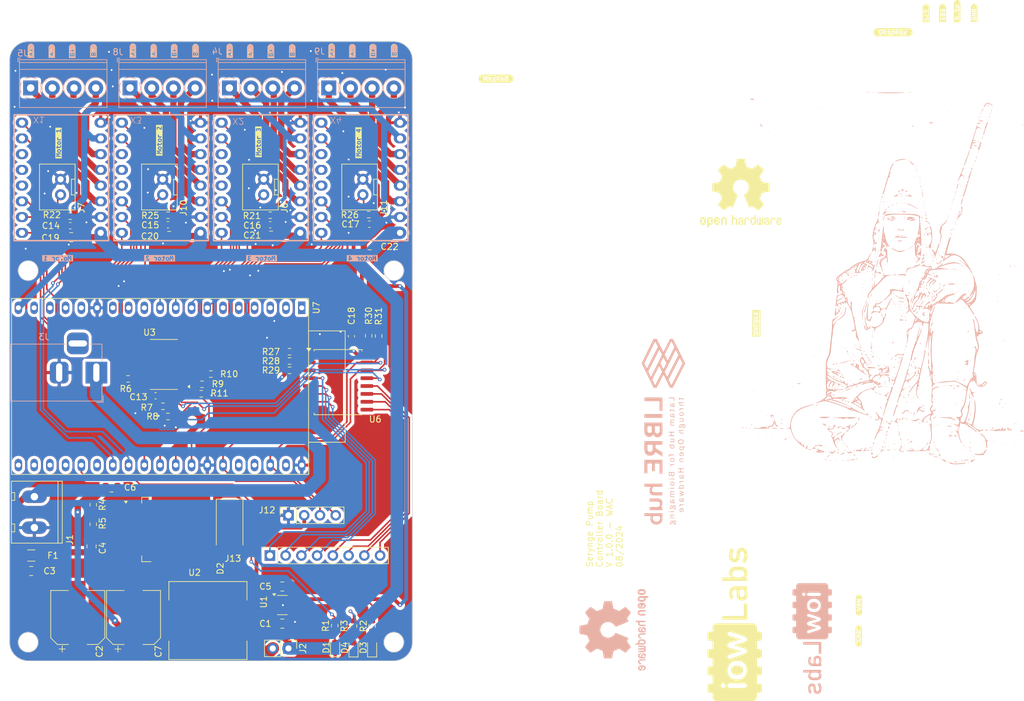
<source format=kicad_pcb>
(kicad_pcb (version 20240108) (generator "pcbnew") (generator_version "8.0")
  (layers (0 "F.Cu" signal) (31 "B.Cu" signal) (34 "B.Paste" user) (35 "F.Paste" user) (36 "B.SilkS" user "B.Silkscreen") (37 "F.SilkS" user "F.Silkscreen") (38 "B.Mask" user) (39 "F.Mask" user) (44 "Edge.Cuts" user))
  (net 0 "")
  (net 1 "GND")
  (net 2 "Net-(D3-A)")
  (net 3 "Net-(D4-A)")
  (net 4 "VIN_12V")
  (net 5 "Net-(U2-VC)")
  (net 6 "VIN_5V")
  (net 7 "+3V3")
  (net 8 "Net-(D2-K)")
  (net 9 "M3_B2")
  (net 10 "M3_B1")
  (net 11 "M3_A2")
  (net 12 "M3_A1")
  (net 13 "M1_Tx")
  (net 15 "M3_ES")
  (net 16 "M1_ES")
  (net 17 "M2_A1")
  (net 18 "M2_A2")
  (net 19 "M2_B1")
  (net 20 "M2_B2")
  (net 21 "M4_A2")
  (net 22 "M4_B1")
  (net 23 "M4_A1")
  (net 24 "M2_ES")
  (net 25 "M4_ES")
  (net 26 "SCL")
  (net 27 "SDA")
  (net 28 "Net-(J13-Pin_3)")
  (net 30 "M1_STEP")
  (net 31 "M1_DIR")
  (net 32 "M1_MS1")
  (net 33 "M1_MS2")
  (net 34 "M1_B2")
  (net 35 "M1_A1")
  (net 36 "VM")
  (net 38 "M1_B1")
  (net 39 "M1_EN")
  (net 40 "M1_A2")
  (net 44 "M4_Tx")
  (net 48 "Net-(J13-Pin_6)")
  (net 49 "Net-(J13-Pin_1)")
  (net 50 "Net-(J13-Pin_4)")
  (net 51 "Net-(J13-Pin_2)")
  (net 52 "Net-(J13-Pin_8)")
  (net 53 "Net-(J13-Pin_7)")
  (net 54 "Net-(J13-Pin_5)")
  (net 55 "FB")
  (net 56 "INT_MGA")
  (net 57 "M3_Tx")
  (net 58 "M2_Tx")
  (net 59 "Net-(U6-A0)")
  (net 60 "Net-(U6-A1)")
  (net 61 "Net-(U6-A2)")
  (net 62 "M3_STEP")
  (net 63 "INT_KP")
  (net 64 "M4_DIR")
  (net 65 "M2_STEP")
  (net 66 "M2_DIR")
  (net 67 "M3_DIR")
  (net 68 "M4_STEP")
  (net 69 "M3_MS1")
  (net 70 "M3_MS2")
  (net 71 "M4_MS2")
  (net 72 "M3_EN")
  (net 73 "M2_MS1")
  (net 74 "M4_MS1")
  (net 75 "M2_EN")
  (net 76 "M2_MS2")
  (net 77 "M4_EN")
  (net 78 "M4_B2")
  (net 97 "Net-(D1-A)")
  (net 98 "LED")
  (net 99 "Net-(U3-A0)")
  (net 100 "Net-(U3-A1)")
  (net 101 "Net-(U3-A2)")
  (net 106 "/VIN")
  (footprint "Resistor_SMD:R_0603_1608Metric" (layer "F.Cu") (at 105.5 144.3875 -90)
    (property "Reference" "R3")
    (property "Value" "1k")
  )
  (footprint "Capacitor_SMD:C_0805_2012Metric" (layer "F.Cu") (at 63.225 131.525 90)
    (property "Reference" "C4")
    (property "Value" "1u")
  )
  (footprint "Capacitor_SMD:C_0603_1608Metric" (layer "F.Cu") (at 105.162948 97.585 90)
    (property "Reference" "C18")
    (property "Value" "100n")
  )
  (footprint "kibuzzard-66C22E4F" (layer "F.Cu") (at 53.45 51.5 90)
    (property "Reference" "kibuzzard-66C22E4F" (hide yes))
    (property "Value" "G***" (hide yes))
  )
  (footprint "Resistor_SMD:R_0603_1608Metric" (layer "F.Cu") (at 107.95 77.95 180)
    (property "Reference" "R26")
    (property "Value" "10k")
  )
  (footprint "Resistor_SMD:R_0603_1608Metric" (layer "F.Cu") (at 107.932948 97.515 -90)
    (property "Reference" "R30")
    (property "Value" "10k")
  )
  (footprint "Resistor_SMD:R_0603_1608Metric" (layer "F.Cu") (at 95.175 103.095)
    (property "Reference" "R29")
    (property "Value" "10k")
  )
  (footprint "kibuzzard-66C26938" (layer "F.Cu") (at 90.15 66.2 90)
    (property "Reference" "kibuzzard-66C26938" (hide yes))
    (property "Value" "G***" (hide yes))
  )
  (footprint "Capacitor_SMD:C_0603_1608Metric" (layer "F.Cu") (at 59.775 79.75 180)
    (property "Reference" "C14")
    (property "Value" "100n")
  )
  (footprint "Capacitor_SMD:C_0805_2012Metric" (layer "F.Cu") (at 94 144)
    (property "Reference" "C1")
    (property "Value" "1u")
  )
  (footprint "IoWLabsLogos:IoWLabs_logo_25mm" (layer "F.Cu") (at 167 144 90)
    (property "Reference" "G***" (hide yes))
    (property "Value" "LOGO" (hide yes))
  )
  (footprint "Capacitor_SMD:C_0805_2012Metric" (layer "F.Cu") (at 75.75 81.4 180)
    (property "Reference" "C20")
    (property "Value" "1u")
  )
  (footprint "kibuzzard-66C22E4F" (layer "F.Cu") (at 101.95 51.45 90)
    (property "Reference" "kibuzzard-66C22E4F" (hide yes))
    (property "Value" "G***" (hide yes))
  )
  (footprint "IoWLabsConnectors:JST-XH-2x1-2.5p-TH-V" (layer "F.Cu") (at 58.225 73.5 90)
    (property "Reference" "J7")
    (property "Value" "EndSwitch")
  )
  (footprint "kibuzzard-66C22E91" (layer "F.Cu") (at 112.05 51.45 90)
    (property "Reference" "kibuzzard-66C22E91" (hide yes))
    (property "Value" "G***" (hide yes))
  )
  (footprint "Package_TO_SOT_SMD:TO-263-5_TabPin3" (layer "F.Cu") (at 76.15 128.8)
    (property "Reference" "U2")
    (property "Value" "XL4015")
  )
  (footprint "Capacitor_SMD:C_0805_2012Metric" (layer "F.Cu") (at 53.5 135.5 180)
    (property "Reference" "C3")
    (property "Value" "1u")
  )
  (footprint "Resistor_SMD:R_0603_1608Metric" (layer "F.Cu") (at 109.542948 97.555 -90)
    (property "Reference" "R31")
    (property "Value" "10k")
  )
  (footprint "LED_SMD:LED_0603_1608Metric" (layer "F.Cu") (at 102.53 147.8375 90)
    (property "Reference" "D1")
    (property "Value" "LED")
  )
  (footprint "kibuzzard-66C22E91" (layer "F.Cu") (at 95.6 51.5 90)
    (property "Reference" "kibuzzard-66C22E91" (hide yes))
    (property "Value" "G***" (hide yes))
  )
  (footprint "Resistor_SMD:R_0603_1608Metric" (layer "F.Cu") (at 63.5 124.8 -90)
    (property "Reference" "R4")
    (property "Value" "10K")
  )
  (footprint "kibuzzard-66C271FC" (layer "F.Cu") (at 200.54 45.39 90)
    (property "Reference" "kibuzzard-66C271FC" (hide yes))
    (property "Value" "G***" (hide yes))
  )
  (footprint "Connector_PinSocket_2.54mm:PinSocket_1x08_P2.54mm_Vertical" (layer "F.Cu") (at 92 133 90)
    (property "Reference" "J13")
    (property "Value" "Conn_01x08")
  )
  (footprint "Package_TO_SOT_SMD:SOT-23-5" (layer "F.Cu") (at 94 141)
    (property "Reference" "U1")
    (property "Value" "AP2112K-3.3")
  )
  (footprint "Capacitor_SMD:CP_Elec_8x10.5" (layer "F.Cu") (at 61 143 90)
    (property "Reference" "C2")
    (property "Value" "220uF")
  )
  (footprint "kibuzzard-66C22E62" (layer "F.Cu") (at 73.25 51.5 90)
    (property "Reference" "kibuzzard-66C22E62" (hide yes))
    (property "Value" "G***" (hide yes))
  )
  (footprint "Resistor_SMD:R_0603_1608Metric" (layer "F.Cu") (at 95.175 100.095)
    (property "Reference" "R27")
    (property "Value" "10k")
  )
  (footprint "kibuzzard-66C268D3" (layer "F.Cu") (at 74.15 65.95 90)
    (property "Reference" "kibuzzard-66C268D3" (hide yes))
    (property "Value" "G***" (hide yes))
  )
  (footprint "Resistor_SMD:R_0603_1608Metric" (layer "F.Cu") (at 69.125 104.475 180)
    (property "Reference" "R6")
    (property "Value" "10K")
  )
  (footprint "Capacitor_SMD:C_0805_2012Metric" (layer "F.Cu") (at 92.2 81.35 180)
    (property "Reference" "C21")
    (property "Value" "1u")
  )
  (footprint "Resistor_SMD:R_0603_1608Metric" (layer "F.Cu") (at 95.175 101.595)
    (property "Reference" "R28")
    (property "Value" "10k")
  )
  (footprint "kibuzzard-66C22E71" (layer "F.Cu") (at 108.6 51.5 90)
    (property "Reference" "kibuzzard-66C22E71" (hide yes))
    (property "Value" "G***" (hide yes))
  )
  (footprint "kibuzzard-66C22E71" (layer "F.Cu") (at 92.15 51.55 90)
    (property "Reference" "kibuzzard-66C22E71" (hide yes))
    (property "Value" "G***" (hide yes))
  )
  (footprint "Resistor_SMD:R_0603_1608Metric" (layer "F.Cu") (at 82.475 103.7)
    (property "Reference" "R10")
    (property "Value" "10K")
  )
  (footprint "Inductor_SMD:L_12x12mm_H8mm" (layer "F.Cu") (at 82 143.5 180)
    (property "Reference" "L1" (hide yes))
    (property "Value" "47uH")
  )
  (footprint "kibuzzard-66A405FA" (layer "F.Cu") (at 187 146 90)
    (property "Reference" "kibuzzard-66A405FA" (hide yes))
    (property "Value" "G***" (hide yes))
  )
  (footprint "Capacitor_SMD:C_0603_1608Metric" (layer "F.Cu") (at 75.55 79.6 180)
    (property "Reference" "C15")
    (property "Value" "100n")
  )
  (footprint "kibuzzard-66C22E71" (layer "F.Cu") (at 60.1 51.55 90)
    (property "Reference" "kibuzzard-66C22E71" (hide yes))
    (property "Value" "G***" (hide yes))
  )
  (footprint "Capacitor_SMD:C_0805_2012Metric" (layer "F.Cu") (at 108.1 82.9 180)
    (property "Reference" "C22")
    (property "Value" "1u")
  )
  (footprint "Resistor_SMD:R_0603_1608Metric" (layer "F.Cu") (at 80.925 106.875 180)
    (property "Reference" "R11")
    (property "Value" "10K")
  )
  (footprint "Resistor_SMD:R_0603_1608Metric" (layer "F.Cu") (at 59.775 78.2 180)
    (property "Reference" "R22")
    (property "Value" "10k")
  )
  (footprint "Package_SO:SOIC-16W_7.5x10.3mm_P1.27mm" (layer "F.Cu") (at 103 105)
    (property "Reference" "U6")
    (property "Value" "PCF8574")
  )
  (footprint "kibuzzard-66C22E62" (layer "F.Cu") (at 56.8 51.55 90)
    (property "Reference" "kibuzzard-66C22E62" (hide yes))
    (property "Value" "G***" (hide yes))
  )
  (footprint "kibuzzard-66C27242" (layer "F.Cu") (at 128.5 56)
    (property "Reference" "kibuzzard-66C27242" (hide yes))
    (property "Value" "G***" (hide yes))
  )
  (footprint "Resistor_SMD:R_0603_1608Metric" (layer "F.Cu") (at 63.5 127.95 -90)
    (property "Reference" "R5")
    (property "Value" "3.3K")
  )
  (footprint "Diode_SMD:D_SMB_Handsoldering" (layer "F.Cu") (at 85.5 128.6 -90)
    (property "Reference" "D2")
    (property "Value" "B540")
  )
  (footprint "Resistor_SMD:R_0603_1608Metric" (layer "F.Cu") (at 74.75 108.9)
    (property "Reference" "R7")
    (property "Value" "10k")
  )
  (footprint "IoWLabsConnectors:JST-XH-2x1-2.5p-TH-V" (layer "F.Cu") (at 107 73.5 90)
    (property "Reference" "J11")
    (property "Value" "EndSwitch")
  )
  (footprint "kibuzzard-66C27168" (layer "F.Cu") (at 205.64 45.39 90)
    (property "Reference" "kibuzzard-66C27168" (hide yes))
    (property "Value" "G***" (hide yes))
  )
  (footprint "Resistor_SMD:R_0603_1608Metric" (layer "F.Cu") (at 81.05 105.35)
    (property "Reference" "R9")
    (property "Value" "10K")
  )
  (footprint "Resistor_SMD:R_0603_1608Metric" (layer "F.Cu") (at 102.46 144.3175 -90)
    (property "Reference" "R1")
    (property "Value" "1k")
  )
  (footprint "kibuzzard-66C22E91" (layer "F.Cu") (at 63.55 51.5 90)
    (property "Reference" "kibuzzard-66C22E91" (hide yes))
    (property "Value" "G***" (hide yes))
  )
  (footprint "IoWLabsConnectors:Tb-2x1-5p-TH-V" (layer "F.Cu") (at 54 126 90)
    (property "Reference" "J1")
    (property "Value" "VIN")
  )
  (footprint "Capacitor_SMD:C_0603_1608Metric" (layer "F.Cu") (at 73.55 107.2)
    (property "Reference" "C13")
    (property "Value" "100n")
  )
  (footprint "Capacitor_SMD:CP_Elec_8x10.5" (layer "F.Cu") (at 70 143 90)
    (property "Reference" "C7")
    (property "Value" "330uF")
  )
  (footprint "Capacitor_SMD:C_0805_2012Metric" (layer "F.Cu") (at 66.45 122)
    (property "Reference" "C6")
    (property "Value" "1u")
  )
  (footprint "Symbol:OSHW-Logo2_14.6x12mm_SilkScreen" (layer "F.Cu") (at 168 74.5)
    (property "Reference" "REF**" (hide yes))
    (property "Value" "OSHW-Logo2_14.6x12mm_SilkScreen" (hide yes))
  )
  (footprint "Package_SO:TSSOP-24_4.4x7.8mm_P0.65mm" (layer "F.Cu") (at 74.8875 102.15 180)
    (property "Reference" "U3")
    (property "Value" "PCA9555PW")
  )
  (footprint "kibuzzard-66C268F5" (layer "F.Cu") (at 57.9 66.4 90)
    (property "Reference" "kibuzzard-66C268F5" (hide yes))
    (property "Value" "G***" (hide yes))
  )
  (footprint "kibuzzard-66C2695E" (layer "F.Cu") (at 106.3 66.35 90)
    (property "Reference" "kibuzzard-66C2695E" (hide yes))
    (property "Value" "G***" (hide yes))
  )
  (footprint "kibuzzard-66A40617" (layer "F.Cu") (at 187.05 141 90)
    (property "Reference" "kibuzzard-66A40617" (hide yes))
    (property "Value" "G***" (hide yes))
  )
  (footprint "IoWLabsConnectors:JST-XH-2x1-2.5p-TH-V" (layer "F.Cu") (at 74.7 73.5 90)
    (property "Reference" "J10")
    (property "Value" "EndSwitch")
  )
  (footprint "Connector_PinSocket_2.54mm:PinSocket_1x04_P2.54mm_Vertical" (layer "F.Cu") (at 95 126.5 90)
    (property "Reference" "J12")
    (property "Value" "Conn_01x04")
  )
  (footprint "kibuzzard-66C22E62" (layer "F.Cu") (at 105.3 51.5 90)
    (property "Reference" "kibuzzard-66C22E62" (hide yes))
    (property "Value" "G***" (hide yes))
  )
  (footprint "LED_SMD:LED_0603_1608Metric" (layer "F.Cu") (at 105.5 147.8875 90)
    (property "Reference" "D4")
    (property "Value" "LED")
  )
  (footprint "Capacitor_SMD:C_0603_1608Metric" (layer "F.Cu") (at 92.05 79.6 180)
    (property "Reference" "C16")
    (property "Value" "100n")
  )
  (footprint "Capacitor_SMD:C_0805_2012Metric" (layer "F.Cu") (at 94 138 180)
    (property "Reference" "C5")
    (property "Value" "1u")
  )
  (footprint "Resistor_SMD:R_0603_1608Metric" (layer "F.Cu") (at 75.55 110.55)
    (property "Reference" "R8")
    (property "Value" "10k")
  )
  (footprint "Capacitor_SMD:C_0805_2012Metric" (layer "F.Cu") (at 59.95 81.6 180)
    (property "Reference" "C19")
    (property "Value" "1u")
  )
  (footprint "Connector_PinHeader_2.54mm:PinHeader_1x02_P2.54mm_Vertical" (layer "F.Cu") (at 95 148 -90)
    (property "Reference" "J2")
    (property "Value" "ON OFF")
  )
  (footprint "kibuzzard-66C22E91" (layer "F.Cu") (at 80 51.45 90)
    (property "Reference" "kibuzzard-66C22E91" (hide yes))
    (property "Value" "G***" (hide yes))
  )
  (footprint "kibuzzard-66C22E4F" (layer "F.Cu") (at 69.9 51.45 90)
    (property "Reference" "kibuzzard-66C22E4F" (hide yes))
    (property "Value" "G***" (hide yes))
  )
  (footprint "IoWLabsConnectors:JST-XH-2x1-2.5p-TH-V" (layer "F.Cu") (at 91 73.5 90)
    (property "Reference" "J6")
    (property "Value" "EndSwitch")
  )
  (footprint "kibuzzard-66C26F7C" (layer "F.Cu") (at 170.5 95.5 90)
    (property "Reference" "kibuzzard-66C26F7C" (hide yes))
    (property "Value" "G***" (hide yes))
  )
  (footprint "Fuse:Fuse_1206_3216Metric" (layer "F.Cu") (at 53.5 133)
    (property "Reference" "F1")
    (property "Value" "FUSE")
  )
  (footprint "kibuzzard-66C22E62" (layer "F.Cu") (at 88.85 51.55 90)
    (property "Reference" "kibuzzard-66C22E62" (hide yes))
    (property "Value" "G***" (hide yes))
  )
  (footprint "kibuzzard-66C27224" (layer "F.Cu") (at 202.89 45.09 90)
    (property "Reference" "kibuzzard-66C27224" (hide yes))
    (property "Value" "G***" (hide yes))
  )
  (footprint "kibuzzard-66C22E71" (layer "F.Cu") (at 76.55 51.5 90)
    (property "Reference" "kibuzzard-66C22E71" (hide yes))
    (property "Value" "G***" (hide yes))
  )
  (footprint "kibuzzard-66C27154" (layer "F.Cu") (at 192.55 48.5)
    (property "Reference" "kibuzzard-66C27154" (hide yes))
    (property "Value" "G***" (hide yes))
  )
  (footprint "Capacitor_SMD:C_0603_1608Metric" (layer "F.Cu") (at 108.05 79.5 180)
    (property "Reference" "C17")
    (property "Value" "100n")
  )
  (footprint "kibuzzard-66C22E4F" (layer "F.Cu") (at 85.5 51.5 90)
    (property "Reference" "kibuzzard-66C22E4F" (hide yes))
    (property "Value" "G***" (hide yes))
  )
  (footprint "Resistor_SMD:R_0603_1608Metric" (layer "F.Cu") (at 92.05 78.05 180)
    (property "Reference" "R21")
    (property "Value" "10k")
  )
  (footprint "LED_SMD:LED_0603_1608Metric" (layer "F.Cu") (at 108.5 147.8875 90)
    (property "Reference" "D3")
    (property "Value" "LED")
  )
  (footprint "kibuzzard-66C27204" (layer "F.Cu") (at 197.89 45.44 90)
    (property "Reference" "kibuzzard-66C27204" (hide yes))
    (property "Value" "G***" (hide yes))
  )
  (footprint "Resistor_SMD:R_0603_1608Metric" (layer "F.Cu") (at 75.55 78.05 180)
    (property "Reference" "R25")
    (property "Value" "10k")
  )
  (footprint "Resistor_SMD:R_0603_1608Metric" (layer "F.Cu") (at 108.5 144.3875 -90)
    (property "Reference" "R2")
    (property "Value" "1k")
  )
  (footprint "Espressif:ESP32-DevKitC" (layer "F.Cu") (at 97.14 93 -90)
    (property "Reference" "U7")
    (property "Value" "ESP32-DevKitC" (hide yes))
  )
  (footprint "IoWLabsLogos:IoWLabs_logo_12mm" (layer "B.Cu") (at 179.5 146.5 -90)
    (property "Reference" "G***" (hide yes))
    (property "Value" "LOGO" (hide yes))
  )
  (footprint "kibuzzard-66C22E71" (layer "B.Cu") (at 76.590307 51.5 90)
    (property "Reference" "kibuzzard-66C22E71" (hide yes))
    (property "Value" "G***" (hide yes))
  )
  (footprint "kibuzzard-66C22E91" (layer "B.Cu") (at 63.5 51.5 90)
    (property "Reference" "kibuzzard-66C22E91" (hide yes))
    (property "Value" "G***" (hide yes))
  )
  (footprint "kibuzzard-66C22E62" (layer "B.Cu") (at 56.790307 51.547173 90)
    (property "Reference" "kibuzzard-66C22E62" (hide yes))
    (property "Value" "G***" (hide yes))
  )
  (footprint "TerminalBlock_Phoenix:TerminalBlock_Phoenix_PT-1,5-4-3.5-H_1x04_P3.50mm_Horizontal" (layer "B.Cu") (at 69.433333 57.5)
    (property "Reference" "J8")
    (property "Value" "HDR-4x1")
  )
  (footprint "kibuzzard-66C22E4F" (layer "B.Cu") (at 85.5 51.5 90)
    (property "Reference" "kibuzzard-66C22E4F" (hide yes))
    (property "Value" "G***" (hide yes))
  )
  (footprint "kibuzzard-66C22E91" (layer "B.Cu") (at 112.1 51.5 90)
    (property "Reference" "kibuzzard-66C22E91" (hide yes))
    (property "Value" "G***" (hide yes))
  )
  (footprint "kibuzzard-66C268D3" (layer "B.Cu") (at 74.2 85 180)
    (property "Reference" "kibuzzard-66C268D3" (hide yes))
    (property "Value" "G***" (hide yes))
  )
  (footprint "IoWLabsModules:TCM2209" (layer "B.Cu") (at 74.45 72)
    (property "Reference" "X3")
    (property "Value" "~" (hide yes))
  )
  (footprint "TerminalBlock_Phoenix:TerminalBlock_Phoenix_PT-1,5-4-3.5-H_1x04_P3.50mm_Horizontal" (layer "B.Cu") (at 53.4 57.5)
    (property "Reference" "J5")
    (property "Value" "HDR-4x1")
  )
  (footprint "Symbol:OSHW-Logo2_14.6x12mm_SilkScreen" (layer "B.Cu") (at 147.5 145 -90)
    (property "Reference" "REF**" (hide yes))
    (property "Value" "OSHW-Logo2_14.6x12mm_SilkScreen" (hide yes))
  )
  (footprint "TerminalBlock_Phoenix:TerminalBlock_Phoenix_PT-1,5-4-3.5-H_1x04_P3.50mm_Horizontal" (layer "B.Cu") (at 101.5 57.5)
    (property "Reference" "J9")
    (property "Value" "HDR-4x1")
  )
  (footprint "kibuzzard-66C26938" (layer "B.Cu") (at 90.65 85 180)
    (property "Reference" "kibuzzard-66C26938" (hide yes))
    (property "Value" "G***" (hide yes))
  )
  (footprint "IoWLabsModules:TCM2209" (layer "B.Cu") (at 90.55 72)
    (property "Reference" "X2")
    (property "Value" "~")
  )
  (footprint "Connector_BarrelJack:BarrelJack_Horizontal" (layer "B.Cu") (at 64 103.4575)
    (property "Reference" "J3")
    (property "Value" "HDR-3x1")
  )
  (footprint "kibuzzard-66C22E62" (layer "B.Cu") (at 105.340307 51.5 90)
    (property "Reference" "kibuzzard-66C22E62" (hide yes))
    (property "Value" "G***" (hide yes))
  )
  (footprint "kibuzzard-66C2695E" (layer "B.Cu") (at 106.9 85 180)
    (property "Reference" "kibuzzard-66C2695E" (hide yes))
    (property "Value" "G***" (hide yes))
  )
  (footprint "kibuzzard-66C22E62" (layer "B.Cu") (at 88.840307 51.5 90)
    (property "Reference" "kibuzzard-66C22E62" (hide yes))
    (property "Value" "G***" (hide yes))
  )
  (footprint "IoWLabsLogos:LIBRE_HUB" (layer "B.Cu") (at 155.5 113 -90)
    (property "Reference" "G***" (hide yes))
    (property "Value" "LOGO" (hide yes))
  )
  (footprint "kibuzzard-66C22E71" (layer "B.Cu") (at 108.690307 51.5 90)
    (property "Reference" "kibuzzard-66C22E71" (hide yes))
    (property "Value" "G***" (hide yes))
  )
  (footprint "kibuzzard-66C22E62" (layer "B.Cu") (at 73.240307 51.5 90)
    (property "Reference" "kibuzzard-66C22E62" (hide yes))
    (property "Value" "G***" (hide yes))
  )
  (footprint "kibuzzard-66C268F5" (layer "B.Cu") (at 57.75 85 180)
    (property "Reference" "kibuzzard-66C268F5" (hide yes))
    (property "Value" "G***" (hide yes))
  )
  (footprint "kibuzzard-66C22E4F" (layer "B.Cu") (at 69.9 51.5 90)
    (property "Reference" "kibuzzard-66C22E4F" (hide yes))
    (property "Value" "G***" (hide yes))
  )
  (footprint "TerminalBlock_Phoenix:TerminalBlock_Phoenix_PT-1,5-4-3.5-H_1x04_P3.50mm_Horizontal" (layer "B.Cu") (at 85.466666 57.5)
    (property "Reference" "J4")
    (property "Value" "HDR-4x1")
  )
  (footprint "IoWLabsLogos:moebius_1" (layer "B.Cu") (at 191 89 180)
    (property "Reference" "G***" (hide yes))
    (property "Value" "LOGO" (hide yes))
  )
  (footprint "kibuzzard-66C22E91" (layer "B.Cu") (at 95.6 51.5 90)
    (property "Reference" "kibuzzard-66C22E91" (hide yes))
    (property "Value" "G***" (hide yes))
  )
  (footprint "IoWLabsModules:TCM2209" (layer "B.Cu") (at 58.35 72)
    (property "Reference" "X1")
    (property "Value" "~" (hide yes))
  )
  (footprint "kibuzzard-66C22E71" (layer "B.Cu") (at 92.190307 51.5 90)
    (property "Reference" "kibuzzard-66C22E71" (hide yes))
    (property "Value" "G***" (hide yes))
  )
  (footprint "kibuzzard-66C22E4F" (layer "B.Cu") (at 53.45 51.5 90)
    (property "Reference" "kibuzzard-66C22E4F" (hide yes))
    (property "Value" "G***" (hide yes))
  )
  (footprint "kibuzzard-66C22E71" (layer "B.Cu") (at 60.140307 51.524232 90)
    (property "Reference" "kibuzzard-66C22E71" (hide yes))
    (property "Value" "G***" (hide yes))
  )
  (footprint "kibuzzard-66C22E91" (layer "B.Cu") (at 80 51.5 90)
    (property "Reference" "kibuzzard-66C22E91" (hide yes))
    (property "Value" "G***" (hide yes))
  )
  (footprint "kibuzzard-66C22E4F" (layer "B.Cu") (at 102 51.5 90)
    (property "Reference" "kibuzzard-66C22E4F" (hide yes))
    (property "Value" "G***" (hide yes))
  )
  (footprint "IoWLabsModules:TCM2209" (layer "B.Cu") (at 106.65 72)
    (property "Reference" "X4")
    (property "Value" "~")
  )
  (gr_circle (center 112 147) (end 113.6 147) (stroke (width 0.1)) (fill none) (layer "Edge.Cuts"))
  (gr_line (start 50 147) (end 50 53) (stroke (width 0.1)) (layer "Edge.Cuts"))
  (gr_line (start 53 50) (end 112 50) (stroke (width 0.1)) (layer "Edge.Cuts"))
  (gr_arc (start 53 150) (mid 50.87868 149.12132) (end 50 147) (stroke (width 0.1)) (layer "Edge.Cuts"))
  (gr_arc (start 112 50) (mid 114.12132 50.87868) (end 115 53) (stroke (width 0.1)) (layer "Edge.Cuts"))
  (gr_arc (start 115 147) (mid 114.12132 149.12132) (end 112 150) (stroke (width 0.1)) (layer "Edge.Cuts"))
  (gr_circle (center 53 87) (end 54.6 87) (stroke (width 0.1)) (fill none) (layer "Edge.Cuts"))
  (gr_circle (center 112 87) (end 113.6 87) (stroke (width 0.1)) (fill none) (layer "Edge.Cuts"))
  (gr_line (start 115 147) (end 115 53) (stroke (width 0.1)) (layer "Edge.Cuts"))
  (gr_circle (center 53 147) (end 54.6 147) (stroke (width 0.1)) (fill none) (layer "Edge.Cuts"))
  (gr_line (start 53 150) (end 112 150) (stroke (width 0.1)) (layer "Edge.Cuts"))
  (gr_arc (start 50 53) (mid 50.87868 50.87868) (end 53 50) (stroke (width 0.1)) (layer "Edge.Cuts"))
  (gr_text "Serynge Pump \nController Board\nV 1.0.0 - WAC\n08/2024" (at 149 135 90) (layer "F.SilkS") (effects (font (size 1 1)) (justify left bottom)))
  (segment (start 64.7 63.11) (end 65.29 63.11) (width 0.6096) (layer "F.Cu") (net 1))
  (segment (start 59 82.25) (end 59 81.6) (width 0.6096) (layer "F.Cu") (net 1))
  (segment (start 92.8625 141) (end 94.0875 141) (width 0.254) (layer "F.Cu") (net 1))
  (segment (start 110.75 79.25) (end 110.8 79.25) (width 0.6096) (layer "F.Cu") (net 1))
  (segment (start 94.95 144) (end 95.7625 144) (width 0.254) (layer "F.Cu") (net 1))
  (segment (start 107.275 79.5) (end 106 79.5) (width 0.6096) (layer "F.Cu") (net 1))
  (segment (start 74.8 82.55) (end 74.75 82.6) (width 1.016) (layer "F.Cu") (net 1))
  (segment (start 74.8 81.4) (end 74.8 82.55) (width 1.016) (layer "F.Cu") (net 1))
  (segment (start 95.66 63.11) (end 95.35 62.8) (width 0.6096) (layer "F.Cu") (net 1))
  (segment (start 113 61.65) (end 112.8 61.45) (width 0.6096) (layer "F.Cu") (net 1))
  (segment (start 59.55 82.8) (end 59 82.25) (width 0.6096) (layer "F.Cu") (net 1))
  (segment (start 106 79.5) (end 105.35 78.85) (width 0.6096) (layer "F.Cu") (net 1))
  (segment (start 65.29 63.11) (end 66.15 62.25) (width 0.6096) (layer "F.Cu") (net 1))
  (segment (start 96.9 63.11) (end 95.66 63.11) (width 0.6096) (layer "F.Cu") (net 1))
  (segment (start 93.05 138) (end 93.05 137.1125) (width 0.254) (layer "F.Cu") (net 1))
  (segment (start 107.15 82.85) (end 110.75 79.25) (width 0.6096) (layer "F.Cu") (net 1))
  (segment (start 113 63.11) (end 113 61.65) (width 0.6096) (layer "F.Cu") (net 1))
  (segment (start 74.775 81.375) (end 74.8 81.4) (width 1.016) (layer "F.Cu") (net 1))
  (segment (start 94.0875 141) (end 94.1 141.0125) (width 0.254) (layer "F.Cu") (net 1))
  (segment (start 95.7625 144) (end 96.05 143.7125) (width 0.254) (layer "F.Cu") (net 1))
  (segment (start 107.15 82.9) (end 107.15 82.85) (width 0.6096) (layer "F.Cu") (net 1))
  (segment (start 59 79.75) (end 59 81.6) (width 0.6096) (layer "F.Cu") (net 1))
  (segment (start 74.775 79.6) (end 74.775 81.375) (width 1.016) (layer "F.Cu") (net 1))
  (via (at 92.712948 95.125) (size 0.6) (drill 0.3) (layers "F.Cu" "B.Cu") (net 1))
  (via (at 93.94 54.92) (size 0.6) (drill 0.3) (layers "F.Cu" "B.Cu") (net 1))
  (via (at 91.542948 97.835) (size 0.6) (drill 0.3) (layers "F.Cu" "B.Cu") (net 1))
  (via (at 100.062948 97.255) (size 0.6) (drill 0.3) (layers "F.Cu" "B.Cu") (net 1))
  (via (at 98.75 82.75) (size 0.6) (drill 0.3) (layers "F.Cu" "B.Cu") (net 1))
  (via (at 103.412948 96.865) (size 0.6) (drill 0.3) (layers "F.Cu" "B.Cu") (net 1))
  (via (at 94.55 79.15) (size 0.6) (drill 0.3) (layers "F.Cu" "B.Cu") (net 1))
  (via (at 89.7 82.7) (size 0.6) (drill 0.3) (layers "F.Cu" "B.Cu") (net 1))
  (via (at 108.75 76.1) (size 0.6) (drill 0.3) (layers "F.Cu" "B.Cu") (net 1))
  (via (at 95.35 62.8) (size 0.6) (drill 0.3) (layers "F.Cu" "B.Cu") (net 1))
  (via (at 74.75 82.6) (size 0.6) (drill 0.3) (layers "F.Cu" "B.Cu") (net 1))
  (via (at 92.45 82.9) (size 0.6) (drill 0.3) (layers "F.Cu" "B.Cu") (net 1))
  (via (at 96.05 143.7125) (size 0.6) (drill 0.3) (layers "F.Cu" "B.Cu") (net 1))
  (via (at 113.81 60.66) (size 0.6) (drill 0.3) (layers "F.Cu" "B.Cu") (net 1))
  (via (at 94.1 141.0125) (size 0.6) (drill 0.3) (layers "F.Cu" "B.Cu") (net 1))
  (via (at 78.45 79.25) (size 0.6) (drill 0.3) (layers "F.Cu" "B.Cu") (net 1))
  (via (at 88.65 69.1) (size 0.6) (drill 0.3) (layers "F.Cu" "B.Cu") (net 1))
  (via (at 88.6 73.7) (size 0.6) (drill 0.3) (layers "F.Cu" "B.Cu") (net 1))
  (via (at 104.7 80.9) (size 0.6) (drill 0.3) (layers "F.Cu" "B.Cu") (net 1))
  (via (at 103.85 64.5) (size 0.6) (drill 0.3) (layers "F.Cu" "B.Cu") (net 1))
  (via (at 105.35 78.85) (size 0.6) (drill 0.3) (layers "F.Cu" "B.Cu") (net 1))
  (via (at 71.75 63.95) (size 0.6) (drill 0.3) (layers "F.Cu" "B.Cu") (net 1))
  (via (at 110.8 79.25) (size 0.6) (drill 0.3) (layers "F.Cu" "B.Cu") (net 1))
  (via (at 82.66 55.35) (size 0.6) (drill 0.3) (layers "F.Cu" "B.Cu") (net 1))
  (via (at 112.05 83.6) (size 0.6) (drill 0.3) (layers "F.Cu" "B.Cu") (net 1))
  (via (at 87.95 64.25) (size 0.6) (drill 0.3) (layers "F.Cu" "B.Cu") (net 1))
  (via (at 82.7 59.55) (size 0.6) (drill 0.3) (layers "F.Cu" "B.Cu") (net 1))
  (via (at 56.55 63.75) (size 0.6) (drill 0.3) (layers "F.Cu" "B.Cu") (net 1))
  (via (at 90.45 76.8) (size 0.6) (drill 0.3) (layers "F.Cu" "B.Cu") (net 1))
  (via (at 104.7 69.05) (size 0.6) (drill 0.3) (layers "F.Cu" "B.Cu") (net 1))
  (via (at 110.68 54.55) (size 0.6) (drill 0.3) (layers "F.Cu" "B.Cu") (net 1))
  (via (at 50.95 54.73) (size 0.6) (drill 0.3) (layers "F.Cu" "B.Cu") (net 1))
  (via (at 89.6 80.5) (size 0.6) (drill 0.3) (layers "F.Cu" "B.Cu") (net 1))
  (via (at 66.46 54.61) (size 0.6) (drill 0.3) (layers "F.Cu" "B.Cu") (net 1))
  (via (at 98.602085 51.545093) (size 0.6) (drill 0.3) (layers "F.Cu" "B.Cu") (net 1))
  (via (at 59.55 82.8) (size 0.6) (drill 0.3) (layers "F.Cu" "B.Cu") (net 1))
  (via (at 66.04 51.67) (size 0.6) (drill 0.3) (layers "F.Cu" "B.Cu") (net 1))
  (via (at 95.3 77.25) (size 0.6) (drill 0.3) (layers "F.Cu" "B.Cu") (net 1))
  (via (at 50.8 60.55) (size 0.6) (drill 0.3) (layers "F.Cu" "B.Cu") (net 1))
  (via (at 103.69 55.1) (size 0.6) (drill 0.3) (layers "F.Cu" "B.Cu") (net 1))
  (via (at 55.65 74.55) (size 0.6) (drill 0.3) (layers "F.Cu" "B.Cu") (net 1))
  (via (at 60.8 74.45) (size 0.6) (drill 0.3) (layers "F.Cu" "B.Cu") (net 1))
  (via (at 72.3 74.4) (size 0.6) (drill 0.3) (layers "F.Cu" "B.Cu") (net 1))
  (via (at 79.2 62.8) (size 0.6) (drill 0.3) (layers "F.Cu" "B.Cu") (net 1))
  (via (at 56.22 70.93) (size 0.6) (drill 0.3) (layers "F.Cu" "B.Cu") (net 1))
  (via (at 72.35 70.62) (size 0.6) (drill 0.3) (layers "F.Cu" "B.Cu") (net 1))
  (via (at 104.7 75.05) (size 0.6) (drill 0.3) (layers "F.Cu" "B.Cu") (net 1))
  (via (at 92.95 74) (size 0.6) (drill 0.3) (layers "F.Cu" "B.Cu") (net 1))
  (via (at 62.4 79.2) (size 0.6) (drill 0.3) (layers "F.Cu" "B.Cu") (net 1))
  (via (at 98.7 59.55) (size 0.6) (drill 0.3) (layers "F.Cu" "B.Cu") (net 1))
  (via (at 52.6 83.45) (size 0.6) (drill 0.3) (layers "F.Cu" "B.Cu") (net 1))
  (via (at 112.8 61.45) (size 0.6) (drill 0.3) (layers "F.Cu" "B.Cu") (net 1))
  (via (at 66.65 57.25) (size 0.6) (drill 0.3) (layers "F.Cu" "B.Cu") (net 1))
  (via (at 66.15 62.25) (size 0.6) (drill 0.3) (layers "F.Cu" "B.Cu") (net 1))
  (segment (start 108.5 147.1) (end 108.5 145.2125) (width 0.254) (layer "F.Cu") (net 2))
  (segment (start 105.5 147.1) (end 105.5 145.2125) (width 0.254) (layer "F.Cu") (net 3))
  (segment (start 55.425 132.475) (end 54.9 133) (width 1.016) (layer "F.Cu") (net 4))
  (segment (start 68.5 132.2) (end 68.225 132.475) (width 1.016) (layer "F.Cu") (net 4))
  (segment (start 63.225 132.475) (end 55.425 132.475) (width 1.016) (layer "F.Cu") (net 4))
  (segment (start 54.45 135.5) (end 54.45 133.45) (width 1.016) (layer "F.Cu") (net 4))
  (segment (start 54.45 140.15) (end 54.45 135.5) (width 1.016) (layer "F.Cu") (net 4))
  (segment (start 68.225 132.475) (end 63.225 132.475) (width 1.016) (layer "F.Cu") (net 4))
  (segment (start 54.45 133.45) (end 54.9 133) (width 1.016) (layer "F.Cu") (net 4))
  (segment (start 61 146.7) (end 54.45 140.15) (width 1.016) (layer "F.Cu") (net 4))
  (segment (start 68.5 130.5) (end 63.3 130.5) (width 1.016) (layer "F.Cu") (net 5))
  (segment (start 63.3 130.5) (end 63.225 130.575) (width 1.016) (layer "F.Cu") (net 5))
  (segment (start 63.5 124) (end 65.5 122) (width 1.016) (layer "F.Cu") (net 6))
  (segment (start 70 146.7) (end 73.85 146.7) (width 2.032) (layer "F.Cu") (net 6))
  (segment (start 92.46 148) (end 91.91 148.55) (width 2.032) (layer "F.Cu") (net 6))
  (segment (start 67 143.7) (end 70 146.7) (width 1.016) (layer "F.Cu") (net 6))
  (segment (start 67 143.5) (end 67 143.7) (width 1.016) (layer "F.Cu") (net 6))
  (segment (start 73.85 146.7) (end 77.05 143.5) (width 2.032) (layer "F.Cu") (net 6))
  (segment (start 65.475 122) (end 63.5 123.975) (width 1.016) (layer "F.Cu") (net 6))
  (segment (start 61 126) (end 61 125) (width 1.016) (layer "F.Cu") (net 6))
  (segment (start 62 124) (end 63.5 124) (width 1.016) (layer "F.Cu") (net 6))
  (segment (start 91.91 148.55) (end 81.025 148.55) (width 2.032) (layer "F.Cu") (net 6))
  (segment (start 61 125) (end 62 124) (width 1.016) (layer "F.Cu") (net 6))
  (segment (start 81.025 148.55) (end 77.05 144.575) (width 2.032) (layer "F.Cu") (net 6))
  (segment (start 65.5 122) (end 65.475 122) (width 1.016) (layer "F.Cu") (net 6))
  (segment (start 77.05 144.575) (end 77.05 143.5) (width 2.032) (layer "F.Cu") (net 6))
  (via (at 61 126) (size 0.8) (drill 0.4) (layers "F.Cu" "B.Cu") (net 6))
  (via (at 67 143.5) (size 0.8) (drill 0.4) (layers "F.Cu" "B.Cu") (net 6))
  (segment (start 61 126) (end 61 137.5) (width 1.016) (layer "B.Cu") (net 6))
  (segment (start 61 137.5) (end 67 143.5) (width 1.016) (layer "B.Cu") (net 6))
  (segment (start 107.5 140.05) (end 95.1375 140.05) (width 0.6096) (layer "F.Cu") (net 7))
  (segment (start 113 89.5) (end 111 89.5) (width 0.6096) (layer "F.Cu") (net 7))
  (segment (start 106.315448 99.220448) (end 106.315448 97.2075) (width 0.6096) (layer "F.Cu") (net 7))
  (segment (start 74.15 110.55) (end 74.05 110.45) (width 0.6096) (layer "F.Cu") (net 7))
  (segment (start 92.825 79.6) (end 92.825 78.1) (width 0.6096) (layer "F.Cu") (net 7))
  (segment (start 107.932948 96.69) (end 106.832948 96.69) (width 0.6096) (layer "F.Cu") (net 7))
  (segment (start 72.775 106.5298) (end 72.025 105.7798) (width 0.6096) (layer "F.Cu") (net 7))
  (segment (start 82.3 106.875) (end 82.575 107.15) (width 0.6096) (layer "F.Cu") (net 7))
  (segment (start 108.825 79.875) (end 108.825 79.5) (width 0.6096) (layer "F.Cu") (net 7))
  (segment (start 92.875 76.925) (end 92.875 76.775) (width 0.6096) (layer "F.Cu") (net 7))
  (segment (start 95.1375 138.1875) (end 94.95 138) (width 0.6096) (layer "F.Cu") (net 7))
  (segment (start 74.725 110.55) (end 74.15 110.55) (width 0.6096) (layer "F.Cu") (net 7))
  (segment (start 94.35 103.095) (end 94.35 103.807948) (width 0.6096) (layer "F.Cu") (net 7))
  (segment (start 109.542948 96.73) (end 107.972948 96.73) (width 0.6096) (layer "F.Cu") (net 7))
  (segment (start 105.5 82.2) (end 106.9 80.8) (width 0.6096) (layer "F.Cu") (net 7))
  (segment (start 106.832948 96.69) (end 106.315448 97.2075) (width 0.6096) (layer "F.Cu") (net 7))
  (segment (start 76.375 76.675) (end 76.45 76.6) (width 1.016) (layer "F.Cu") (net 7))
  (segment (start 60.5 76.85) (end 60.5 78.1) (width 1.016) (layer "F.Cu") (net 7))
  (segment (start 74.725 109.7) (end 73.925 108.9) (width 0.6096) (layer "F.Cu") (net 7))
  (segment (start 92.875 76.775) (end 93.75 75.9) (width 0.6096) (layer "F.Cu") (net 7))
  (segment (start 92.825 78.1) (end 92.875 78.05) (width 0.6096) (layer "F.Cu") (net 7))
  (segment (start 94.35 103.807948) (end 93.962948 104.195) (width 0.6096) (layer "F.Cu") (net 7))
  (segment (start 72.775 107.75) (end 73.925 108.9) (width 0.6096) (layer "F.Cu") (net 7))
  (segment (start 108.5 143.5625) (end 108.5 141.05) (width 0.254) (layer "F.Cu") (net 7))
  (segment (start 105.5 84) (end 105.5 82.2) (width 0.6096) (layer "F.Cu") (net 7))
  (segment (start 108.775 77.95) (end 109.85 77.95) (width 1.016) (layer "F.Cu") (net 7))
  (segment (start 76.375 78.05) (end 76.375 76.675) (width 1.016) (layer "F.Cu") (net 7))
  (segment (start 108.825 78) (end 108.775 77.95) (width 1.016) (layer "F.Cu") (net 7))
  (segment (start 109.85 77.95) (end 110.45 77.35) (width 1.016) (layer "F.Cu") (net 7))
  (segment (start 76.325 78.1) (end 76.375 78.05) (width 1.016) (layer "F.Cu") (net 7))
  (segment (start 106.315448 97.2075) (end 105.162948 98.36) (width 0.6096) (layer "F.Cu") (net 7))
  (segment (start 108.825 79.5) (end 108.825 78) (width 1.016) (layer "F.Cu") (net 7))
  (segment (start 60.6 79.7) (end 60.55 79.75) (width 1.016) (layer "F.Cu") (net 7))
  (segment (start 72.775 107.2) (end 72.775 107.75) (width 0.6096) (layer "F.Cu") (net 7))
  (segment (start 113 141) (end 112.05 140.05) (width 0.6096) (layer "F.Cu") (net 7))
  (segment (start 106.825 85.325) (end 105.5 84) (width 0.6096) (layer "F.Cu") (net 7))
  (segment (start 72.775 107.2) (end 72.775 106.5298) (width 0.6096) (layer "F.Cu") (net 7))
  (segment (start 107.65 100.555) (end 106.315448 99.220448) (width 0.6096) (layer "F.Cu") (net 7))
  (segment (start 74.725 110.55) (end 74.725 109.7) (width 0.6096) (layer "F.Cu") (net 7))
  (segment (start 60.6 78.2) (end 60.6 79.7) (width 1.016) (layer "F.Cu") (net 7))
  (segment (start 95.1375 140.05) (end 95.1375 138.1875) (width 0.6096) (layer "F.Cu") (net 7))
  (segment (start 106.832948 85.332948) (end 106.825 85.325) (width 0.6096) (layer "F.Cu") (net 7))
  (segment (start 111 89.5) (end 106.825 85.325) (width 0.6096) (layer "F.Cu") (net 7))
  (segment (start 107.972948 96.73) (end 107.932948 96.69) (width 0.6096) (layer "F.Cu") (net 7))
  (segment (start 107.65 100.555) (end 106.092948 100.555) (width 0.6096) (layer "F.Cu") (net 7))
  (segment (start 106.832948 96.69) (end 106.832948 85.332948) (width 0.6096) (layer "F.Cu") (net 7))
  (segment (start 106.092948 100.555) (end 105.512948 99.975) (width 0.6096) (layer "F.Cu") (net 7))
  (segment (start 106.9 80.8) (end 107.9 80.8) (width 0.6096) (layer "F.Cu") (net 7))
  (segment (start 76.325 79.6) (end 76.325 78.1) (width 1.016) (layer "F.Cu") (net 7))
  (segment (start 81.75 106.875) (end 82.3 106.875) (width 0.6096) (layer "F.Cu") (net 7))
  (segment (start 92.875 78.05) (end 92.875 76.925) (width 0.6096) (layer "F.Cu") (net 7))
  (segment (start 108.5 141.05) (end 107.5 140.05) (width 0.254) (layer "F.Cu") (net 7))
  (segment (start 112.05 140.05) (end 107.5 140.05) (width 0.6096) (layer "F.Cu") (net 7))
  (segment (start 107.9 80.8) (end 108.825 79.875) (width 0.6096) (layer "F.Cu") (net 7))
  (segment (start 60.5 78.1) (end 60.6 78.2) (width 1.016) (layer "F.Cu") (net 7))
  (via (at 93.75 75.9) (size 0.6) (drill 0.3) (layers "F.Cu" "B.Cu") (net 7))
  (via (at 110.45 77.35) (size 0.6) (drill 0.3) (layers "F.Cu" "B.Cu") (net 7))
  (via (at 113 141) (size 0.6) (drill 0.3) (layers "F.Cu" "B.Cu") (net 7))
  (via (at 82.575 107.15) (size 0.6) (drill 0.3) (layers "F.Cu" "B.Cu") (net 7))
  (via (at 93.962948 104.195) (size 0.6) (drill 0.3) (layers "F.Cu" "B.Cu") (net 7))
  (via (at 60.5 76.85) (size 0.6) (drill 0.3) (layers "F.Cu" "B.Cu") (net 7))
  (via (at 74.05 110.45) (size 0.6) (drill 0.3) (layers "F.Cu" "B.Cu") (net 7))
  (via (at 113 89.5) (size 0.6) (drill 0.3) (layers "F.Cu" "B.Cu") (net 7))
  (via (at 76.45 76.6) (size 0.6) (drill 0.3) (layers "F.Cu" "B.Cu") (net 7))
  (via (at 105.512948 99.975) (size 0.6) (drill 0.3) (layers "F.Cu" "B.Cu") (net 7))
  (segment (start 82.575 106.975) (end 83.55 106) (width 0.6096) (layer "B.Cu") (net 7))
  (segment (start 79.5 65.65) (end 77.7 63.85) (width 1.016) (layer "B.Cu") (net 7))
  (segment (start 110.45 63.1) (end 110.275 62.925) (width 1.016) (layer "B.Cu") (net 7))
  (segment (start 114 90.5) (end 113 89.5) (width 0.6096) (layer "B.Cu") (net 7))
  (segment (start 94.4 64.75) (end 93.65 64) (width 0.6096) (layer "B.Cu") (net 7))
  (segment (start 77.7 75.35) (end 77.7 63.85) (width 1.016) (layer "B.Cu") (net 7))
  (segment (start 63.05 60.85) (end 75.85 60.85) (width 1.016) (layer "B.Cu") (net 7))
  (segment (start 62.05 61.85) (end 63.05 60.85) (width 1.016) (layer "B.Cu") (net 7))
  (segment (start 64.7 65.65) (end 63.35 65.65) (width 1.016) (layer "B.Cu") (net 7))
  (segment (start 100.225 99.975) (end 105.512948 99.975) (width 0.6096) (layer "B.Cu") (net 7))
  (segment (start 63.35 65.65) (end 62.05 64.35) (width 1.016) (layer "B.Cu") (net 7))
  (segment (start 76.15 60.85) (end 75.85 60.85) (width 1.016) (layer "B.Cu") (net 7))
  (segment (start 83.55 106) (end 92.157948 106) (width 0.6096) (layer "B.Cu") (net 7))
  (segment (start 114 140) (end 114 90.5) (width 0.6096) (layer "B.Cu") (net 7))
  (segment (start 108.2 60.85) (end 107.55 60.85) (width 1.016) (layer "B.Cu") (net 7))
  (segment (start 93.75 75.9) (end 94.4 75.25) (width 0.6096) (layer "B.Cu") (net 7))
  (segment (start 92.328974 105.828974) (end 94.371026 105.828974) (width 0.6096) (layer "B.Cu") (net 7))
  (segment (start 62.05 64.35) (end 62.05 75.3) (width 1.016) (layer "B.Cu") (net 7))
  (segment (start 82.575 107.15) (end 82.575 106.975) (width 0.6096) (layer "B.Cu") (net 7))
  (segment (start 78.5 106) (end 83.55 106) (width 0.6096) (layer "B.Cu") (net 7))
  (segment (start 92.157948 106) (end 92.328974 105.828974) (width 0.6096) (layer "B.Cu") (net 7))
  (segment (start 90.5 60.85) (end 89.35 60.85) (width 1.016) (layer "B.Cu") (net 7))
  (segment (start 93.65 64) (end 90.5 60.85) (width 1.016) (layer "B.Cu") (net 7))
  (segment (start 113 65.65) (end 110.275 62.925) (width 1.016) (layer "B.Cu") (net 7))
  (segment (start 89.35 60.85) (end 107.55 60.85) (width 1.016) (layer "B.Cu") (net 7))
  (segment (start 62.05 64.35) (end 62.05 61.85) (width 1.016) (layer "B.Cu") (net 7))
  (segment (start 95.3 65.65) (end 93.65 64) (width 1.016) (layer "B.Cu") (net 7))
  (segment (start 62.05 75.3) (end 60.5 76.85) (width 1.016) (layer "B.Cu") (net 7))
  (segment (start 113 141) (end 114 140) (width 0.6096) (layer "B.Cu") (net 7))
  (segment (start 96.9 65.65) (end 95.3 65.65) (width 1.016) (layer "B.Cu") (net 7))
  (segment (start 110.45 77.35) (end 110.45 63.1) (width 1.016) (layer "B.Cu") (net 7))
  (segment (start 94.371026 105.828974) (end 100.225 99.975) (width 0.6096) (layer "B.Cu") (net 7))
  (segment (start 77.7 63.85) (end 77.7 62.4) (width 1.016) (layer "B.Cu") (net 7))
  (segment (start 80.8 65.65) (end 79.5 65.65) (width 1.016) (layer "B.Cu") (net 7))
  (segment (start 76.45 76.6) (end 77.7 75.35) (width 1.016) (layer "B.Cu") (net 7))
  (segment (start 94.4 75.25) (end 94.4 64.75) (width 0.6096) (layer "B.Cu") (net 7))
  (segment (start 92.328974 105.828974) (end 93.962948 104.195) (width 0.6096) (layer "B.Cu") (net 7))
  (segment (start 77.7 62.4) (end 76.15 60.85) (width 1.016) (layer "B.Cu") (net 7))
  (segment (start 110.275 62.925) (end 108.2 60.85) (width 1.016) (layer "B.Cu") (net 7))
  (segment (start 74.05 110.45) (end 78.5 106) (width 0.6096) (layer "B.Cu") (net 7))
  (segment (start 75.85 60.85) (end 89.35 60.85) (width 1.016) (layer "B.Cu") (net 7))
  (segment (start 86.95 143.075) (end 77.65 133.775) (width 2.032) (layer "F.Cu") (net 8))
  (segment (start 77.65 133.775) (end 77.65 128.8) (width 2.032) (layer "F.Cu") (net 8))
  (segment (start 68.5 128.8) (end 77.65 128.8) (width 1.016) (layer "F.Cu") (net 8))
  (segment (start 85.5 125.9) (end 80.55 125.9) (width 2.032) (layer "F.Cu") (net 8))
  (segment (start 86.95 143.5) (end 86.95 143.075) (width 2.032) (layer "F.Cu") (net 8))
  (segment (start 80.55 125.9) (end 77.65 128.8) (width 2.032) (layer "F.Cu") (net 8))
  (segment (start 93.832 59.634666) (end 93.832 66.762632) (width 1.016) (layer "F.Cu") (net 9))
  (segment (start 93.832 66.762632) (end 95.259368 68.19) (width 1.016) (layer "F.Cu") (net 9))
  (segment (start 95.259368 68.19) (end 96.9 68.19) (width 1.016) (layer "F.Cu") (net 9))
  (segment (start 95.966666 57.5) (end 93.832 59.634666) (width 1.016) (layer "F.Cu") (net 9))
  (segment (start 96.9 70.73) (end 96.079684 70.73) (width 1.016) (layer "F.Cu") (net 10))
  (segment (start 92.616 57.649334) (end 92.466666 57.5) (width 1.016) (layer "F.Cu") (net 10))
  (segment (start 96.079684 70.73) (end 92.616 67.266316) (width 1.016) (layer "F.Cu") (net 10))
  (segment (start 92.616 67.266316) (end 92.616 57.649334) (width 1.016) (layer "F.Cu") (net 10))
  (segment (start 96.9 73.27) (end 91.4 67.77) (width 1.016) (layer "F.Cu") (net 11))
  (segment (start 91.4 59.933334) (end 88.966666 57.5) (width 1.016) (layer "F.Cu") (net 11))
  (segment (start 91.4 67.77) (end 91.4 59.933334) (width 1.016) (layer "F.Cu") (net 11))
  (segment (start 96.31 75.81) (end 94.5 74) (width 1.016) (layer "F.Cu") (net 12))
  (segment (start 90.184 62.217334) (end 85.466666 57.5) (width 1.016) (layer "F.Cu") (net 12))
  (segment (start 94.5 72.589684) (end 90.184 68.273684) (width 1.016) (layer "F.Cu") (net 12))
  (segment (start 94.5 74) (end 94.5 72.589684) (width 1.016) (layer "F.Cu") (net 12))
  (segment (start 90.184 68.273684) (end 90.184 62.217334) (width 1.016) (layer "F.Cu") (net 12))
  (segment (start 96.9 75.81) (end 96.31 75.81) (width 1.016) (layer "F.Cu") (net 12))
  (segment (start 88.37 78.95) (end 88.37 85.13) (width 0.254) (layer "F.Cu") (net 15))
  (segment (start 91 74.75) (end 88.37 77.38) (width 0.254) (layer "F.Cu") (net 15))
  (segment (start 89.27 78.05) (end 88.37 78.95) (width 0.254) (layer "F.Cu") (net 15))
  (segment (start 88.37 77.38) (end 88.37 78.95) (width 0.254) (layer "F.Cu") (net 15))
  (segment (start 88.37 85.13) (end 83.31 90.19) (width 0.254) (layer "F.Cu") (net 15))
  (segment (start 83.31 96.899105) (end 79.034105 101.175) (width 0.254) (layer "F.Cu") (net 15))
  (segment (start 91.225 78.05) (end 89.27 78.05) (width 0.254) (layer "F.Cu") (net 15))
  (segment (start 79.034105 101.175) (end 77.75 101.175) (width 0.254) (layer "F.Cu") (net 15))
  (segment (start 83.31 90.19) (end 83.31 96.899105) (width 0.254) (layer "F.Cu") (net 15))
  (segment (start 58.580052 94.938) (end 63.364158 94.938) (width 0.254) (layer "F.Cu") (net 16))
  (segment (start 58.95 78.2) (end 58.95 77.988) (width 0.254) (layer "F.Cu") (net 16))
  (segment (start 57.954 94.311948) (end 58.580052 94.938) (width 0.254) (layer "F.Cu") (net 16))
  (segment (start 58.225 74.75) (end 57.762 75.213) (width 0.254) (layer "F.Cu") (net 16))
  (segment (start 57.762 75.213) (end 57.762 76.8) (width 0.254) (layer "F.Cu") (net 16))
  (segment (start 57.762 76.8) (end 57.762 83.912) (width 0.254) (layer "F.Cu") (net 16))
  (segment (start 57.954 90.546) (end 57.954 94.311948) (width 0.254) (layer "F.Cu") (net 16))
  (segment (start 59 85.15) (end 59 89.5) (width 0.254) (layer "F.Cu") (net 16))
  (segment (start 58.95 77.988) (end 57.762 76.8) (width 0.254) (layer "F.Cu") (net 16))
  (segment (start 63.364158 94.938) (end 69.601158 101.175) (width 0.254) (layer "F.Cu") (net 16))
  (segment (start 69.601158 101.175) (end 72.025 101.175) (width 0.254) (layer "F.Cu") (net 16))
  (segment (start 59 89.5) (end 57.954 90.546) (width 0.254) (layer "F.Cu") (net 16))
  (segment (start 57.762 83.912) (end 59 85.15) (width 0.254) (layer "F.Cu") (net 16))
  (segment (start 69.433333 57.5) (end 74.001333 62.068) (width 1.016) (layer "F.Cu") (net 17))
  (segment (start 79.86 75.81) (end 80.8 75.81) (width 1.016) (layer "F.Cu") (net 17))
  (segment (start 74.001333 62.068) (end 74.001333 68.201333) (width 1.016) (layer "F.Cu") (net 17))
  (segment (start 78.55 72.75) (end 78.55 74.5) (width 1.016) (layer "F.Cu") (net 17))
  (segment (start 78.55 74.5) (end 79.86 75.81) (width 1.016) (layer "F.Cu") (net 17))
  (segment (start 74.001333 68.201333) (end 78.55 72.75) (width 1.016) (layer "F.Cu") (net 17))
  (segment (start 75.217333 67.687333) (end 80.8 73.27) (width 1.016) (layer "F.Cu") (net 18))
  (segment (start 72.933333 57.5) (end 72.933333 58.783333) (width 1.016) (layer "F.Cu") (net 18))
  (segment (start 72.933333 58.783333) (end 75.217333 61.067333) (width 1.016) (layer "F.Cu") (net 18))
  (segment (start 75.217333 61.067333) (end 75.217333 67.687333) (width 1.016) (layer "F.Cu") (net 18))
  (segment (start 76.433333 57.5) (end 76.433333 67.183649) (width 1.016) (layer "F.Cu") (net 19))
  (segment (start 76.433333 67.183649) (end 79.979684 70.73) (width 1.016) (layer "F.Cu") (net 19))
  (segment (start 79.979684 70.73) (end 80.8 70.73) (width 1.016) (layer "F.Cu") (net 19))
  (segment (start 77.649333 59.784) (end 77.649333 66.679965) (width 1.016) (layer "F.Cu") (net 20))
  (segment (start 79.159368 68.19) (end 80.8 68.19) (width 1.016) (layer "F.Cu") (net 20))
  (segment (start 79.933333 57.5) (end 77.649333 59.784) (width 1.016) (layer "F.Cu") (net 20))
  (segment (start 77.649333 66.679965) (end 79.159368 68.19) (width 1.016) (layer "F.Cu") (net 20))
  (segment (start 107.284 67.554) (end 113 73.27) (width 1.016) (layer "F.Cu") (net 21))
  (segment (start 105 59.4) (end 107.284 61.684) (width 1.016) (layer "F.Cu") (net 21))
  (segment (start 107.284 61.684) (end 107.284 67.554) (width 1.016) (layer "F.Cu") (net 21))
  (segment (start 105 57.5) (end 105 59.4) (width 1.016) (layer "F.Cu") (net 21))
  (segment (start 108.5 57.5) (end 108.5 66.95) (width 1.016) (layer "F.Cu") (net 22))
  (segment (start 112.28 70.73) (end 113 70.73) (width 1.016) (layer "F.Cu") (net 22))
  (segment (start 108.5 66.95) (end 112.28 70.73) (width 1.016) (layer "F.Cu") (net 22))
  (segment (start 106.068 64.068) (end 106.068 68.057684) (width 1.016) (layer "F.Cu") (net 23))
  (segment (start 106.068 68.057684) (end 110.75 72.739684) (width 1.016) (layer "F.Cu") (net 23))
  (segment (start 101.5 59.5) (end 106.068 64.068) (width 1.016) (layer "F.Cu") (net 23))
  (segment (start 101.5 57.5) (end 101.5 59.5) (width 1.016) (layer "F.Cu") (net 23))
  (segment (start 110.75 74.95) (end 111.61 75.81) (width 1.016) (layer "F.Cu") (net 23))
  (segment (start 111.61 75.81) (end 113 75.81) (width 1.016) (layer "F.Cu") (net 23))
  (segment (start 110.75 72.739684) (end 110.75 74.95) (width 1.016) (layer "F.Cu") (net 23))
  (segment (start 71.86 87.565) (end 68.152 91.273) (width 0.254) (layer "F.Cu") (net 24))
  (segment (start 73.5 76.6) (end 73.5 75.95) (width 0.254) (layer "F.Cu") (net 24))
  (segment (start 71.86 77.59) (end 71.86 87.565) (width 0.254) (layer "F.Cu") (net 24))
  (segment (start 74.7 78.025) (end 74.7 77.8) (width 0.254) (layer "F.Cu") (net 24))
  (segment (start 68.152 96.937776) (end 68.407112 97.192888) (width 0.254) (layer "F.Cu") (net 24))
  (segment (start 74.7 74.75) (end 73.5 75.95) (width 0.254) (layer "F.Cu") (net 24))
  (segment (start 74.725 78.05) (end 74.7 78.025) (width 0.254) (layer "F.Cu") (net 24))
  (segment (start 73.5 75.95) (end 71.86 77.59) (width 0.254) (layer "F.Cu") (net 24))
  (segment (start 74.7 77.8) (end 73.5 76.6) (width 0.254) (layer "F.Cu") (net 24))
  (segment (start 72.025 98.575) (end 69.789224 98.575) (width 0.254) (layer "F.Cu") (net 24))
  (segment (start 68.152 91.273) (end 68.152 96.937776) (width 0.254) (layer "F.Cu") (net 24))
  (segment (start 69.789224 98.575) (end 68.407112 97.192888) (width 0.254) (layer "F.Cu") (net 24))
  (segment (start 103.716 78.034) (end 107 74.75) (width 0.254) (layer "F.Cu") (net 25))
  (segment (start 89.318 88.852) (end 91.8 86.37) (width 0.254) (layer "F.Cu") (net 25))
  (segment (start 91.8 86.37) (end 100.648211 86.37) (width 0.254) (layer "F.Cu") (net 25))
  (segment (start 88.593 94.184315) (end 88.593 89.577) (width 0.254) (layer "F.Cu") (net 25))
  (segment (start 107.125 77.95) (end 107.125 74.875) (width 0.254) (layer "F.Cu") (net 25))
  (segment (start 79.002315 103.775) (end 88.593 94.184315) (width 0.254) (layer "F.Cu") (net 25))
  (segment (start 103.716 83.302211) (end 103.716 78.034) (width 0.254) (layer "F.Cu") (net 25))
  (segment (start 88.593 89.577) (end 89.318 88.852) (width 0.254) (layer "F.Cu") (net 25))
  (segment (start 107.125 74.875) (end 107 74.75) (width 0.254) (layer "F.Cu") (net 25))
  (segment (start 100.648211 86.37) (end 103.716 83.302211) (width 0.254) (layer "F.Cu") (net 25))
  (segment (start 77.75 103.775) (end 79.002315 103.775) (width 0.254) (layer "F.Cu") (net 25))
  (segment (start 101.12 125) (end 102.62 126.5) (width 0.254) (layer "F.Cu") (net 26))
  (segment (start 100.5 125) (end 101.12 125) (width 0.254) (layer "F.Cu") (net 26))
  (segment (start 110.5 102.095) (end 109.5 103.095) (width 0.254) (layer "F.Cu") (net 26))
  (segment (start 109.5 103.095) (end 107.65 103.095) (width 0.254) (layer "F.Cu") (net 26))
  (segment (start 76.375 110.55) (end 77.234803 110.55) (width 0.254) (layer "F.Cu") (net 26))
  (segment (start 92.06 116.94) (end 94.5 114.5) (width 0.254) (layer "F.Cu") (net 26))
  (segment (start 105 111.5) (end 105 104.5) (width 0.254) (layer "F.Cu") (net 26))
  (segment (start 110.405 103.095) (end 109.5 103.095) (width 0.254) (layer "F.Cu") (net 26))
  (segment (start 94.16 120.5) (end 96 120.5) (width 0.254) (layer "F.Cu") (net 26))
  (segment (start 79.5 108.275) (end 77.80328 108.275) (width 0.254) (layer "F.Cu") (net 26))
  (segment (start 81.4 109.375) (end 80.3 108.275) (width 0.254) (layer "F.Cu") (net 26))
  (segment (start 92.06 118.4) (end 92.06 116.94) (width 0.254) (layer "F.Cu") (net 26))
  (segment (start 72.025 104.425) (end 73.95328 104.425) (width 0.254) (layer "F.Cu") (net 26))
  (segment (start 110.5 99.337052) (end 110.5 102.095) (width 0.254) (layer "F.Cu") (net 26))
  (segment (start 77.80328 108.275) (end 75.50328 105.975) (width 0.254) (layer "F.Cu") (net 26))
  (segment (start 94.5 114.5) (end 102 114.5) (width 0.254) (layer "F.Cu") (net 26))
  (segment (start 73.95328 104.425) (end 75.50328 105.975) (width 0.254) (layer "F.Cu") (net 26))
  (segment (start 77.234803 110.55) (end 79.5 108.284803) (width 0.254) (layer "F.Cu") (net 26))
  (segment (start 110.5 103) (end 110.405 103.095) (width 0.254) (layer "F.Cu") (net 26))
  (segment (start 109.542948 98.38) (end 110.5 99.337052) (width 0.254) (layer "F.Cu") (net 26))
  (segment (start 92.06 118.4) (end 94.16 120.5) (width 0.254) (layer "F.Cu") (net 26))
  (segment (start 106.405 103.095) (end 107.65 103.095) (width 0.254) (layer "F.Cu") (net 26))
  (segment (start 105 104.5) (end 106.405 103.095) (width 0.254) (layer "F.Cu") (net 26))
  (segment (start 102 114.5) (end 105 111.5) (width 0.254) (layer "F.Cu") (net 26))
  (segment (start 80.3 108.275) (end 79.5 108.275) (width 0.254) (layer "F.Cu") (net 26))
  (segment (start 96 120.5) (end 100.5 125) (width 0.254) (layer "F.Cu") (net 26))
  (segment (start 79.5 108.284803) (end 79.5 108.275) (width 0.254) (layer "F.Cu") (net 26))
  (via (at 110.5 103) (size 0.6) (drill 0.3) (layers "F.Cu" "B.Cu") (net 26))
  (via (at 81.4 109.375) (size 0.6) (drill 0.3) (layers "F.Cu" "B.Cu") (net 26))
  (segment (start 81.4 109.375) (end 81.892026 108.882974) (width 0.254) (layer "B.Cu") (net 26))
  (segment (start 93.117026 108.882974) (end 99 103) (width 0.254) (layer "B.Cu") (net 26))
  (segment (start 99 103) (end 110.5 103) (width 0.254) (layer "B.Cu") (net 26))
  (segment (start 81.892026 108.882974) (end 93.117026 108.882974) (width 0.254) (layer "B.Cu") (net 26))
  (segment (start 72.025 105.075) (end 73.961228 105.075) (width 0.254) (layer "F.Cu") (net 27))
  (segment (start 107.65 101.825) (end 109.825 101.825) (width 0.254) (layer "F.Cu") (net 27))
  (segment (start 104.428974 103.418974) (end 104.428974 111.428974) (width 0.254) (layer "F.Cu") (net 27))
  (segment (start 100.08 125.222052) (end 100.08 126.5) (width 0.254) (layer "F.Cu") (net 27))
  (segment (start 109.582948 101.035) (end 109.582948 100.195) (width 0.254) (layer "F.Cu") (net 27))
  (segment (start 109.582948 100.195) (end 107.932948 98.545) (width 0.254) (layer "F.Cu") (net 27))
  (segment (start 77.996091 108.902) (end 77.823091 108.729) (width 0.254) (layer "F.Cu") (net 27))
  (segment (start 86.954 114.046) (end 84.44 116.56) (width 0.254) (layer "F.Cu") (net 27))
  (segment (start 77.615228 108.729) (end 76.355614 107.469386) (width 0.254) (layer "F.Cu") (net 27))
  (segment (start 75.843114 106.956886) (end 75.511228 106.625) (width 0.254) (layer "F.Cu") (net 27))
  (segment (start 77.823091 108.729) (end 77.615228 108.729) (width 0.254) (layer "F.Cu") (net 27))
  (segment (start 84.44 118.94) (end 86.5 121) (width 0.254) (layer "F.Cu") (net 27))
  (segment (start 107.932948 98.545) (end 107.932948 98.34) (width 0.254) (layer "F.Cu") (net 27))
  (segment (start 84.44 116.56) (end 84.44 118.4) (width 0.254) (layer "F.Cu") (net 27))
  (segment (start 109.825 101.825) (end 109.854144 101.854144) (width 0.254) (layer "F.Cu") (net 27))
  (segment (start 108.792948 101.825) (end 109.582948 101.035) (width 0.254) (layer "F.Cu") (net 27))
  (segment (start 95.857948 121) (end 100.08 125.222052) (width 0.254) (layer "F.Cu") (net 27))
  (segment (start 101.811948 114.046) (end 86.954 114.046) (width 0.254) (layer "F.Cu") (net 27))
  (segment (start 86.5 121) (end 95.857948 121) (width 0.254) (layer "F.Cu") (net 27))
  (segment (start 75.575 108.9) (end 75.575 108.25) (width 0.254) (layer "F.Cu") (net 27))
  (segment (start 104.428974 111.428974) (end 101.811948 114.046) (width 0.254) (layer "F.Cu") (net 27))
  (segment (start 73.961228 105.075) (end 75.843114 106.956886) (width 0.254) (layer "F.Cu") (net 27))
  (segment (start 106.022948 101.825) (end 104.428974 103.418974) (width 0.254) (layer "F.Cu") (net 27))
  (segment (start 76.355614 107.469386) (end 75.843114 106.956886) (width 0.254) (layer "F.Cu") (net 27))
  (segment (start 75.575 108.25) (end 76.355614 107.469386) (width 0.254) (layer "F.Cu") (net 27))
  (segment (start 107.65 101.825) (end 106.022948 101.825) (width 0.254) (layer "F.Cu") (net 27))
  (segment (start 107.65 101.825) (end 108.792948 101.825) (width 0.254) (layer "F.Cu") (net 27))
  (segment (start 84.44 118.4) (end 84.44 118.94) (width 0.254) (layer "F.Cu") (net 27))
  (via (at 77.996091 108.902) (size 0.6) (drill 0.3) (layers "F.Cu" "B.Cu") (net 27))
  (via (at 109.854144 101.854144) (size 0.6) (drill 0.3) (layers "F.Cu" "B.Cu") (net 27))
  (segment (start 92.928974 108.428974) (end 99.357948 102) (width 0.254) (layer "B.Cu") (net 27))
  (segment (start 78.469117 108.428974) (end 92.928974 108.428974) (width 0.254) (layer "B.Cu") (net 27))
  (segment (start 99.357948 102) (end 109.708288 102) (width 0.254) (layer "B.Cu") (net 27))
  (segment (start 109.708288 102) (end 109.854144 101.854144) (width 0.254) (layer "B.Cu") (net 27))
  (segment (start 77.996091 108.902) (end 78.469117 108.428974) (width 0.254) (layer "B.Cu") (net 27))
  (segment (start 101.032 106.905) (end 98.35 106.905) (width 0.254) (layer "F.Cu") (net 28))
  (segment (start 101.627 107.5) (end 101.032 106.905) (width 0.254) (layer "F.Cu") (net 28))
  (via (at 101.627 107.5) (size 0.6) (drill 0.3) (layers "F.Cu" "B.Cu") (net 28))
  (segment (start 108.546 126.096052) (end 104.555078 130.086974) (width 0.254) (layer "B.Cu") (net 28))
  (segment (start 101.627 107.5) (end 101.5 107.627) (width 0.254) (layer "B.Cu") (net 28))
  (segment (start 101.5 107.627) (end 101.5 110.715896) (width 0.254) (layer "B.Cu") (net 28))
  (segment (start 108.546 117.761896) (end 108.546 126.096052) (width 0.254) (layer "B.Cu") (net 28))
  (segment (start 101.5 110.715896) (end 108.546 117.761896) (width 0.254) (layer "B.Cu") (net 28))
  (segment (start 99.993026 130.086974) (end 97.08 133) (width 0.254) (layer "B.Cu") (net 28))
  (segment (start 104.555078 130.086974) (end 99.993026 130.086974) (width 0.254) (layer "B.Cu") (net 28))
  (segment (start 54.15 76.3) (end 54.15 67.15) (width 0.254) (layer "F.Cu") (net 30))
  (segment (start 58 88) (end 58 85.434106) (width 0.254) (layer "F.Cu") (net 30))
  (segment (start 57.032947 84.467053) (end 56.854 84.288106) (width 0.254) (layer "F.Cu") (net 30))
  (segment (start 58 85.434106) (end 57.032947 84.467053) (width 0.254) (layer "F.Cu") (net 30))
  (segment (start 54.15 67.15) (end 52.65 65.65) (width 0.254) (layer "F.Cu") (net 30))
  (segment (start 52.65 65.65) (end 52 65.65) (width 0.254) (layer "F.Cu") (net 30))
  (segment (start 57 89) (end 58 88) (width 0.254) (layer "F.Cu") (net 30))
  (segment (start 57.119948 84.554053) (end 57.119947 84.554053) (width 0.254) (layer "F.Cu") (net 30))
  (segment (start 56.854 79.004) (end 54.15 76.3) (width 0.254) (layer "F.Cu") (net 30))
  (segment (start 57.119947 84.554053) (end 57.032947 84.467053) (width 0.254) (layer "F.Cu") (net 30))
  (segment (start 56.854 84.288106) (end 56.854 79.004) (width 0.254) (layer "F.Cu") (net 30))
  (via (at 57 89) (size 0.6) (drill 0.3) (layers "F.Cu" "B.Cu") (net 30))
  (segment (start 66.66 117.16) (end 63.5 114) (width 0.254) (layer "B.Cu") (net 30))
  (segment (start 66.66 118.4) (end 66.66 117.16) (width 0.254) (layer "B.Cu") (net 30))
  (segment (start 55 91.5) (end 57 89.5) (width 0.254) (layer "B.Cu") (net 30))
  (segment (start 57 89.5) (end 57 89) (width 0.254) (layer "B.Cu") (net 30))
  (segment (start 59.5 114) (end 55 109.5) (width 0.254) (layer "B.Cu") (net 30))
  (segment (start 63.5 114) (end 59.5 114) (width 0.254) (layer "B.Cu") (net 30))
  (segment (start 55 109.5) (end 55 91.5) (width 0.254) (layer "B.Cu") (net 30))
  (segment (start 57.8 89.2) (end 58.454 88.546) (width 0.254) (layer "F.Cu") (net 31))
  (segment (start 57.308 78.815947) (end 54.604 76.111947) (width 0.254) (layer "F.Cu") (net 31))
  (segment (start 54.604 76.111947) (end 54.604 65.714) (width 0.254) (layer "F.Cu") (net 31))
  (segment (start 54.604 65.714) (end 52 63.11) (width 0.254) (layer "F.Cu") (net 31))
  (segment (start 57.308 84.100053) (end 57.308 78.815947) (width 0.254) (layer "F.Cu") (net 31))
  (segment (start 58.454 85.246053) (end 57.308 84.100053) (width 0.254) (layer "F.Cu") (net 31))
  (segment (start 58.454 88.546) (end 58.454 85.246053) (width 0.254) (layer "F.Cu") (net 31))
  (via (at 57.8 89.2) (size 0.6) (drill 0.3) (layers "F.Cu" "B.Cu") (net 31))
  (segment (start 59.142052 113) (end 55.454 109.311948) (width 0.254) (layer "B.Cu") (net 31))
  (segment (start 69.2 117.2) (end 65 113) (width 0.254) (layer "B.Cu") (net 31))
  (segment (start 69.2 118.4) (end 69.2 117.2) (width 0.254) (layer "B.Cu") (net 31))
  (segment (start 65 113) (end 59.142052 113) (width 0.254) (layer "B.Cu") (net 31))
  (segment (start 55.454 91.796) (end 57.8 89.45) (width 0.254) (layer "B.Cu") (net 31))
  (segment (start 55.454 109.311948) (end 55.454 91.796) (width 0.254) (layer "B.Cu") (net 31))
  (segment (start 57.8 89.45) (end 57.8 89.2) (width 0.254) (layer "B.Cu") (net 31))
  (segment (start 56.988052 95.846) (end 55.5 94.357948) (width 0.254) (layer "F.Cu") (net 32))
  (segment (start 72.025 102.475) (end 69.617054 102.475) (width 0.254) (layer "F.Cu") (net 32))
  (segment (start 62.988054 95.846) (end 56.988052 95.846) (width 0.254) (layer "F.Cu") (net 32))
  (segment (start 55.5 94.357948) (end 55.5 80.1) (width 0.254) (layer "F.Cu") (net 32))
  (segment (start 53.75 78.35) (end 52 78.35) (width 0.254) (layer "F.Cu") (net 32))
  (segment (start 55.5 80.1) (end 53.75 78.35) (width 0.254) (layer "F.Cu") (net 32))
  (segment (start 69.617054 102.475) (end 62.988054 95.846) (width 0.254) (layer "F.Cu") (net 32))
  (segment (start 56 89.975) (end 56 78.95) (width 0.254) (layer "F.Cu") (net 33))
  (segment (start 52.86 75.81) (end 52 75.81) (width 0.254) (layer "F.Cu") (net 33))
  (segment (start 63.176106 95.392) (end 58.392 95.392) (width 0.254) (layer "F.Cu") (net 33))
  (segment (start 57.5 91.475) (end 56 89.975) (width 0.254) (layer "F.Cu") (net 33))
  (segment (start 72.025 101.825) (end 69.609106 101.825) (width 0.254) (layer "F.Cu") (net 33))
  (segment (start 69.609106 101.825) (end 63.176106 95.392) (width 0.254) (layer "F.Cu") (net 33))
  (segment (start 58.392 95.392) (end 57.5 94.5) (width 0.254) (layer "F.Cu") (net 33))
  (segment (start 56 78.95) (end 52.86 75.81) (width 0.254) (layer "F.Cu") (net 33))
  (segment (start 57.5 94.5) (end 57.5 91.475) (width 0.254) (layer "F.Cu") (net 33))
  (segment (start 62.35 61.5) (end 63.9 59.95) (width 1.016) (layer "F.Cu") (net 34))
  (segment (start 63.9 59.95) (end 63.9 57.5) (width 1.016) (layer "F.Cu") (net 34))
  (segment (start 63.44 68.19) (end 62.35 67.1) (width 1.016) (layer "F.Cu") (net 34))
  (segment (start 64.7 68.19) (end 63.44 68.19) (width 1.016) (layer "F.Cu") (net 34))
  (segment (start 62.35 67.1) (end 62.35 61.5) (width 1.016) (layer "F.Cu") (net 34))
  (segment (start 62.4 74.4) (end 62.4 72.739368) (width 1.016) (layer "F.Cu") (net 35))
  (segment (start 63.81 75.81) (end 62.4 74.4) (width 1.016) (layer "F.Cu") (net 35))
  (segment (start 62.4 72.739368) (end 58.702 69.041368) (width 1.016) (layer "F.Cu") (net 35))
  (segment (start 53.4 57.7) (end 53.4 57.5) (width 1.016) (layer "F.Cu") (net 35))
  (segment (start 64.7 75.81) (end 63.81 75.81) (width 1.016) (layer "F.Cu") (net 35))
  (segment (start 58.702 69.041368) (end 58.702 63.002) (width 1.016) (layer "F.Cu") (net 35))
  (segment (start 58.702 63.002) (end 53.4 57.7) (width 1.016) (layer "F.Cu") (net 35))
  (segment (start 97.54 126.5) (end 97.54 127.96) (width 0.6096) (layer "F.Cu") (net 36))
  (segment (start 92.8625 140.05) (end 91.2625 140.05) (width 0.6096) (layer "F.Cu") (net 36))
  (segment (start 97.54 127.96) (end 97 128.5) (width 0.6096) (layer "F.Cu") (net 36))
  (segment (start 76.7 81.4) (end 80.29 81.4) (width 1.016) (layer "F.Cu") (net 36))
  (segment (start 112.54 81.35) (end 113 80.89) (width 1.016) (layer "F.Cu") (net 36))
  (segment (start 92.8625 141.95) (end 92.8625 143.8125) (width 0.6096) (layer "F.Cu") (net 36))
  (segment (start 60.9 81.6) (end 63.99 81.6) (width 1.016) (layer "F.Cu") (net 36))
  (segment (start 109.05 82.9) (end 110.6 81.35) (width 1.016) (layer "F.Cu") (net 36))
  (segment (start 93.15 81.35) (end 96.44 81.35) (width 1.016) (layer "F.Cu") (net 36))
  (segment (start 91.2625 140.05) (end 90.9125 139.7) (width 0.6096) (layer "F.Cu") (net 36))
  (segment (start 93 128.5) (end 89.835 131.665) (width 0.6096) (layer "F.Cu") (net 36))
  (segment (start 95 147) (end 93.05 145.05) (width 1.016) (layer "F.Cu") (net 36))
  (segment (start 93.05 145.05) (end 93.05 144) (width 1.016) (layer "F.Cu") (net 36))
  (segment (start 105.5 142.5) (end 105 142) (width 0.254) (layer "F.Cu") (net 36))
  (segment (start 90.9125 139.7) (end 90.9125 141.5) (width 0.6096) (layer "F.Cu") (net 36))
  (segment (start 89.835 131.665) (end 89.835 138.6225) (width 0.6096) (layer "F.Cu") (net 36))
  (segment (start 92.8625 143.8125) (end 93.05 144) (width 0.6096) (layer "F.Cu") (net 36))
  (segment (start 97 128.5) (end 93 128.5) (width 0.6096) (layer "F.Cu") (net 36))
  (segment (start 105.5 143.5625) (end 105.5 142.5) (width 0.254) (layer "F.Cu") (net 36))
  (segment (start 96.44 81.35) (end 96.9 80.89) (width 1.016) (layer "F.Cu") (net 36))
  (segment (start 63.99 81.6) (end 64.7 80.89) (width 1.016) (layer "F.Cu") (net 36))
  (segment (start 90.9125 141.5) (end 91.3625 141.95) (width 0.6096) (layer "F.Cu") (net 36))
  (segment (start 110.6 81.35) (end 112.54 81.35) (width 1.016) (layer "F.Cu") (net 36))
  (segment (start 91.3625 141.95) (end 92.8625 141.95) (width 0.6096) (layer "F.Cu") (net 36))
  (segment (start 95 148) (end 95 147) (width 1.016) (layer "F.Cu") (net 36))
  (segment (start 80.29 81.4) (end 80.8 80.89) (width 1.016) (layer "F.Cu") (net 36))
  (segment (start 89.835 138.6225) (end 90.9125 139.7) (width 0.6096) (layer "F.Cu") (net 36))
  (via (at 105 142) (size 0.6) (drill 0.3) (layers "F.Cu" "B.Cu") (net 36))
  (segment (start 105 84.5) (end 102 84.5) (width 2.032) (layer "B.Cu") (net 36))
  (segment (start 96.9 80.89) (end 96.9 81.55) (width 2.032) (layer "B.Cu") (net 36))
  (segment (start 93.95 84.5) (end 102 84.5) (width 2.032) (layer "B.Cu") (net 36))
  (segment (start 59.92 84.5) (end 67.35 84.5) (width 1.016) (layer "B.Cu") (net 36))
  (segment (start 105 142) (end 105.75 142.75) (width 0.254) (layer "B.Cu") (net 36))
  (segment (start 64.7 81.85) (end 64.7 80.89) (width 2.032) (layer "B.Cu") (net 36))
  (segment (start 112.4792 91.9792) (end 105 84.5) (width 2.032) (layer "B.Cu") (net 36))
  (segment (start 67.35 84.5) (end 79.1 84.5) (width 2.032) (layer "B.Cu") (net 36))
  (segment (start 107.85 84.5) (end 111.46 80.89) (width 2.032) (layer "B.Cu") (net 36))
  (segment (start 95 148) (end 103 148) (width 2.032) (layer "B.Cu") (net 36))
  (segment (start 79.1 84.5) (end 93.95 84.5) (width 2.032) (layer "B.Cu") (net 36))
  (segment (start 112.4792 130.5416) (end 112.4792 91.9792) (width 2.032) (layer "B.Cu") (net 36))
  (segment (start 51.42 93) (end 59.92 84.5) (width 1.016) (layer "B.Cu") (net 36))
  (segment (start 102 84.5) (end 107.85 84.5) (width 2.032) (layer "B.Cu") (net 36))
  (segment (start 103 148) (end 105.75 145.25) (width 2.032) (layer "B.Cu") (net 36))
  (segment (start 96.9 81.55) (end 93.95 84.5) (width 2.032) (layer "B.Cu") (net 36))
  (segment (start 111.46 80.89) (end 113 80.89) (width 2.032) (layer "B.Cu") (net 36))
  (segment (start 80.8 80.89) (end 80.8 82.8) (width 2.032) (layer "B.Cu") (net 36))
  (segment (start 64.7 81.85) (end 67.35 84.5) (width 2.032) (layer "B.Cu") (net 36))
  (segment (start 105.75 145.25) (end 112.4792 138.5208) (width 2.032) (layer "B.Cu") (net 36))
  (segment (start 112.4792 138.5208) (end 112.4792 130.5416) (width 2.032) (layer "B.Cu") (net 36))
  (segment (start 80.8 82.8) (end 79.1 84.5) (width 2.032) (layer "B.Cu") (net 36))
  (segment (start 105.75 142.75) (end 105.75 145.25) (width 0.254) (layer "B.Cu") (net 36))
  (segment (start 64.03 70.73) (end 61.134 67.834) (width 1.016) (layer "F.Cu") (net 38))
  (segment (start 61.134 67.834) (end 61.134 61.914316) (width 1.016) (layer "F.Cu") (net 38))
  (segment (start 61.134 61.914316) (end 60.3 61.080316) (width 1.016) (layer "F.Cu") (net 38))
  (segment (start 60.3 61.080316) (end 60.3 57.6) (width 1.016) (layer "F.Cu") (net 38))
  (segment (start 64.7 70.73) (end 64.03 70.73) (width 1.016) (layer "F.Cu") (net 38))
  (segment (start 60.3 57.6) (end 60.4 57.5) (width 1.016) (layer "F.Cu") (net 38))
  (segment (start 54.332 80.89) (end 55 81.558) (width 0.254) (layer "F.Cu") (net 39))
  (segment (start 69.625002 103.125) (end 72.025 103.125) (width 0.254) (layer "F.Cu") (net 39))
  (segment (start 66.500002 100) (end 69.625002 103.125) (width 0.254) (layer "F.Cu") (net 39))
  (segment (start 55 94.5) (end 56.8 96.3) (width 0.254) (layer "F.Cu") (net 39))
  (segment (start 55 81.558) (end 55 94.5) (width 0.254) (layer "F.Cu") (net 39))
  (segment (start 66.5 100) (end 66.500002 100) (width 0.254) (layer "F.Cu") (net 39))
  (segment (start 56.8 96.3) (end 62.8 96.3) (width 0.254) (layer "F.Cu") (net 39))
  (segment (start 62.8 96.3) (end 66.5 100) (width 0.254) (layer "F.Cu") (net 39))
  (segment (start 52 80.89) (end 54.332 80.89) (width 0.254) (layer "F.Cu") (net 39))
  (segment (start 59.918 62.418) (end 56.9 59.4) (width 1.016) (layer "F.Cu") (net 40))
  (segment (start 64.7 73.27) (end 64.650316 73.27) (width 1.016) (layer "F.Cu") (net 40))
  (segment (start 59.918 68.537684) (end 59.918 62.418) (width 1.016) (layer "F.Cu") (net 40))
  (segment (start 56.9 59.4) (end 56.9 57.5) (width 1.016) (layer "F.Cu") (net 40))
  (segment (start 64.650316 73.27) (end 59.918 68.537684) (width 1.016) (layer "F.Cu") (net 40))
  (segment (start 105.5 131.5) (end 104.7 132.3) (width 0.254) (layer "F.Cu") (net 48))
  (segment (start 104.7 132.3) (end 104.7 133) (width 0.254) (layer "F.Cu") (net 48))
  (segment (start 113.546 111.102156) (end 113.546 125.811948) (width 0.254) (layer "F.Cu") (net 48))
  (segment (start 113.546 125.811948) (end 107.857948 131.5) (width 0.254) (layer "F.Cu") (net 48))
  (segment (start 110.618844 108.175) (end 113.546 111.102156) (width 0.254) (layer "F.Cu") (net 48))
  (segment (start 107.65 108.175) (end 110.618844 108.175) (width 0.254) (layer "F.Cu") (net 48))
  (segment (start 107.857948 131.5) (end 105.5 131.5) (width 0.254) (layer "F.Cu") (net 48))
  (segment (start 100.5 104.365) (end 98.35 104.365) (width 0.254) (layer "F.Cu") (net 49))
  (via (at 100.5 104.365) (size 0.6) (drill 0.3) (layers "F.Cu" "B.Cu") (net 49))
  (segment (start 94.321026 129.178974) (end 92 131.5) (width 0.254) (layer "B.Cu") (net 49))
  (segment (start 104.178974 129.178974) (end 94.321026 129.178974) (width 0.254) (layer "B.Cu") (net 49))
  (segment (start 107.546 125.811948) (end 104.178974 129.178974) (width 0.254) (layer "B.Cu") (net 49))
  (segment (start 100.5 104.365) (end 100.5 111) (width 0.254) (layer "B.Cu") (net 49))
  (segment (start 107.546 118.046) (end 107.546 125.811948) (width 0.254) (layer "B.Cu") (net 49))
  (segment (start 92 131.5) (end 92 133) (width 0.254) (layer "B.Cu") (net 49))
  (segment (start 100.5 111) (end 107.546 118.046) (width 0.254) (layer "B.Cu") (net 49))
  (segment (start 102.127 109) (end 101.302 108.175) (width 0.254) (layer "F.Cu") (net 50))
  (segment (start 101.302 108.175) (end 98.35 108.175) (width 0.254) (layer "F.Cu") (net 50))
  (via (at 102.127 109) (size 0.6) (drill 0.3) (layers "F.Cu" "B.Cu") (net 50))
  (segment (start 109 126.284104) (end 104.74313 130.540974) (width 0.254) (layer "B.Cu") (net 50))
  (segment (start 102.127 110.700844) (end 109 117.573844) (width 0.254) (layer "B.Cu") (net 50))
  (segment (start 102.079026 130.540974) (end 99.62 133) (width 0.254) (layer "B.Cu") (net 50))
  (segment (start 104.74313 130.540974) (end 102.079026 130.540974) (width 0.254) (layer "B.Cu") (net 50))
  (segment (start 102.127 109) (end 102.127 110.700844) (width 0.254) (layer "B.Cu") (net 50))
  (segment (start 109 117.573844) (end 109 126.284104) (width 0.254) (layer "B.Cu") (net 50))
  (segment (start 100.484 105.635) (end 98.35 105.635) (width 0.254) (layer "F.Cu") (net 51))
  (segment (start 101.127 106.278) (end 100.484 105.635) (width 0.254) (layer "F.Cu") (net 51))
  (via (at 101.127 106.278) (size 0.6) (drill 0.3) (layers "F.Cu" "B.Cu") (net 51))
  (segment (start 108 126) (end 104.367026 129.632974) (width 0.254) (layer "B.Cu") (net 51))
  (segment (start 94.54 132.23) (end 94.54 133) (width 0.254) (layer "B.Cu") (net 51))
  (segment (start 97.137026 129.632974) (end 94.54 132.23) (width 0.254) (layer "B.Cu") (net 51))
  (segment (start 104.367026 129.632974) (end 97.137026 129.632974) (width 0.254) (layer "B.Cu") (net 51))
  (segment (start 101 110.857948) (end 108 117.857948) (width 0.254) (layer "B.Cu") (net 51))
  (segment (start 101.127 106.278) (end 101 106.405) (width 0.254) (layer "B.Cu") (net 51))
  (segment (start 101 106.405) (end 101 110.857948) (width 0.254) (layer "B.Cu") (net 51))
  (segment (start 108 117.857948) (end 108 126) (width 0.254) (layer "B.Cu") (net 51))
  (segment (start 109.78 133) (end 109.78 130.88) (width 0.254) (layer "F.Cu") (net 52))
  (segment (start 109.78 130.88) (end 114.5 126.16) (width 0.254) (layer "F.Cu") (net 52))
  (segment (start 114.5 110.772052) (end 109.362948 105.635) (width 0.254) (layer "F.Cu") (net 52))
  (segment (start 109.362948 105.635) (end 107.65 105.635) (width 0.254) (layer "F.Cu") (net 52))
  (segment (start 114.5 126.16) (end 114.5 110.772052) (width 0.254) (layer "F.Cu") (net 52))
  (segment (start 107.24 132.76) (end 107.24 133) (width 0.254) (layer "F.Cu") (net 53))
  (segment (start 114 110.914104) (end 114 126) (width 0.254) (layer "F.Cu") (net 53))
  (segment (start 107.65 106.905) (end 109.990896 106.905) (width 0.254) (layer "F.Cu") (net 53))
  (segment (start 109.990896 106.905) (end 114 110.914104) (width 0.254) (layer "F.Cu") (net 53))
  (segment (start 114 126) (end 107.24 132.76) (width 0.254) (layer "F.Cu") (net 53))
  (segment (start 108.215896 130.5) (end 104.33 130.5) (width 0.254) (layer "F.Cu") (net 54))
  (segment (start 107.65 109.445) (end 111.246792 109.445) (width 0.254) (layer "F.Cu") (net 54))
  (segment (start 104.33 130.5) (end 102.16 132.67) (width 0.254) (layer "F.Cu") (net 54))
  (segment (start 113.092 111.290208) (end 113.092 125.623896) (width 0.254) (layer "F.Cu") (net 54))
  (segment (start 102.16 132.67) (end 102.16 133) (width 0.254) (layer "F.Cu") (net 54))
  (segment (start 113.092 125.623896) (end 108.215896 130.5) (width 0.254) (layer "F.Cu") (net 54))
  (segment (start 111.246792 109.445) (end 113.092 111.290208) (width 0.254) (layer "F.Cu") (net 54))
  (segment (start 68.5 127.1) (end 64.975 127.1) (width 1.016) (layer "F.Cu") (net 55))
  (segment (start 64.975 127.1) (end 63.5 125.625) (width 1.016) (layer "F.Cu") (net 55))
  (segment (start 63.5 125.625) (end 63.5 127.125) (width 1.016) (layer "F.Cu") (net 55))
  (segment (start 78.95 105.725) (end 80.1 106.875) (width 0.254) (layer "F.Cu") (net 56))
  (segment (start 79.36 118.4) (end 79.36 114.515) (width 0.254) (layer "F.Cu") (net 56))
  (segment (start 82.175 111.7) (end 82.175 108.65) (width 0.254) (layer "F.Cu") (net 56))
  (segment (start 80.4 106.875) (end 80.1 106.875) (width 0.254) (layer "F.Cu") (net 56))
  (segment (start 82.175 108.65) (end 80.4 106.875) (width 0.254) (layer "F.Cu") (net 56))
  (segment (start 79.36 114.515) (end 82.175 111.7) (width 0.254) (layer "F.Cu") (net 56))
  (segment (start 77.75 105.725) (end 78.95 105.725) (width 0.254) (layer "F.Cu") (net 56))
  (segment (start 84.2 73.27) (end 84.2 73.35) (width 0.254) (layer "F.Cu") (net 57))
  (segment (start 98.35 100.555) (end 96.46 100.555) (width 0.254) (layer "F.Cu") (net 59))
  (segment (start 96.46 100.555) (end 96 100.095) (width 0.254) (layer "F.Cu") (net 59))
  (segment (start 96.23 101.825) (end 96 101.595) (width 0.254) (layer "F.Cu") (net 60))
  (segment (start 98.35 101.825) (end 96.23 101.825) (width 0.254) (layer "F.Cu") (net 60))
  (segment (start 98.35 103.095) (end 96 103.095) (width 0.254) (layer "F.Cu") (net 61))
  (segment (start 86.6 84.626157) (end 86.6 77.107947) (width 0.254) (layer "F.Cu") (net 62))
  (segment (start 86.6 77.107947) (end 86.35 76.857947) (width 0.254) (layer "F.Cu") (net 62))
  (segment (start 84.575 87.075) (end 84.575 86.651157) (width 0.254) (layer "F.Cu") (net 62))
  (segment (start 84.575 86.651157) (end 86.6 84.626157) (width 0.254) (layer "F.Cu") (net 62))
  (segment (start 86.35 76.857947) (end 86.35 67.8) (width 0.254) (layer "F.Cu") (net 62))
  (segment (start 86.35 67.8) (end 84.2 65.65) (width 0.254) (layer "F.Cu") (net 62))
  (via (at 84.575 87.075) (size 0.6) (drill 0.3) (layers "F.Cu" "B.Cu") (net 62))
  (segment (start 78.429 87.371) (end 74.28 91.52) (width 0.254) (layer "B.Cu") (net 62))
  (segment (start 74.28 91.52) (end 74.28 93) (width 0.254) (layer "B.Cu") (net 62))
  (segment (start 84.279 87.371) (end 78.429 87.371) (width 0.254) (layer "B.Cu") (net 62))
  (segment (start 84.575 87.075) (end 84.279 87.371) (width 0.254) (layer "B.Cu") (net 62))
  (segment (start 75.025 112.03) (end 75.025 113.6) (width 0.254) (layer "F.Cu") (net 63))
  (segment (start 74.28 114.345) (end 74.28 118.4) (width 0.254) (layer "F.Cu") (net 63))
  (segment (start 75.025 113.6) (end 74.28 114.345) (width 0.254) (layer "F.Cu") (net 63))
  (segment (start 109.515 104.365) (end 109.725 104.575) (width 0.254) (layer "F.Cu") (net 63))
  (segment (start 107.65 104.365) (end 109.515 104.365) (width 0.254) (layer "F.Cu") (net 63))
  (via (at 75.025 112.03) (size 0.6) (drill 0.3) (layers "F.Cu" "B.Cu") (net 63))
  (via (at 109.725 104.575) (size 0.6) (drill 0.3) (layers "F.Cu" "B.Cu") (net 63))
  (segment (start 81.025 111.05) (end 82.073 110.002) (width 0.254) (layer "B.Cu") (net 63))
  (segment (start 92.640052 110.002) (end 99.188052 103.454) (width 0.254) (layer "B.Cu") (net 63))
  (segment (start 75.025 112.03) (end 76.005 111.05) (width 0.254) (layer "B.Cu") (net 63))
  (segment (start 108.604 103.454) (end 109.725 104.575) (width 0.254) (layer "B.Cu") (net 63))
  (segment (start 76.005 111.05) (end 81.025 111.05) (width 0.254) (layer "B.Cu") (net 63))
  (segment (start 82.073 110.002) (end 92.640052 110.002) (width 0.254) (layer "B.Cu") (net 63))
  (segment (start 99.188052 103.454) (end 108.604 103.454) (width 0.254) (layer "B.Cu") (net 63))
  (segment (start 91.184 85.916) (end 100.460158 85.916) (width 0.254) (layer "F.Cu") (net 64))
  (segment (start 100.460158 85.916) (end 103.262 83.114158) (width 0.254) (layer "F.Cu") (net 64))
  (segment (start 103.262 66.072) (end 100.3 63.11) (width 0.254) (layer "F.Cu") (net 64))
  (segment (start 90.4 86.7) (end 91.184 85.916) (width 0.254) (layer "F.Cu") (net 64))
  (segment (start 90.125 86.975) (end 90.125 87.025) (width 0.254) (layer "F.Cu") (net 64))
  (segment (start 90.4 86.7) (end 90.125 86.975) (width 0.254) (layer "F.Cu") (net 64))
  (segment (start 103.262 83.114158) (end 103.262 66.072) (width 0.254) (layer "F.Cu") (net 64))
  (via (at 90.125 87.025) (size 0.6) (drill 0.3) (layers "F.Cu" "B.Cu") (net 64))
  (segment (start 90.125 87.025) (end 90.125 87.336712) (width 0.254) (layer "B.Cu") (net 64))
  (segment (start 84.271 90.629) (end 81.9 93) (width 0.254) (layer "B.Cu") (net 64))
  (segment (start 86.832712 90.629) (end 84.271 90.629) (width 0.254) (layer "B.Cu") (net 64))
  (segment (start 90.125 87.336712) (end 86.832712 90.629) (width 0.254) (layer "B.Cu") (net 64))
  (segment (start 67.6 87.088104) (end 70.478 84.210104) (width 0.254) (layer "F.Cu") (net 65))
  (segment (start 70.478 84.210104) (end 70.478 68.028) (width 0.254) (layer "F.Cu") (net 65))
  (segment (start 67.6 87.088104) (end 67.6 89.475) (width 0.254) (layer "F.Cu") (net 65))
  (segment (start 71.74 111.465) (end 71.74 118.4) (width 0.254) (layer "F.Cu") (net 65))
  (segment (start 70.3 110.025) (end 71.74 111.465) (width 0.254) (layer "F.Cu") (net 65))
  (segment (start 70.478 68.028) (end 68.1 65.65) (width 0.254) (layer "F.Cu") (net 65))
  (via (at 67.6 89.475) (size 0.6) (drill 0.3) (layers "F.Cu" "B.Cu") (net 65))
  (via (at 70.3 110.025) (size 0.6) (drill 0.3) (layers "F.Cu" "B.Cu") (net 65))
  (segment (start 68.475 103.7785) (end 68.475 106.3) (width 0.254) (layer "B.Cu") (net 65))
  (segment (start 65.2 91.875) (end 65.15 91.875) (width 0.254) (layer "B.Cu") (net 65))
  (segment (start 65.15 100.4535) (end 68.475 103.7785) (width 0.254) (layer "B.Cu") (net 65))
  (segment (start 68.475 106.3) (end 68.475 108.2) (width 0.254) (layer "B.Cu") (net 65))
  (segment (start 67.6 89.475) (end 65.2 91.875) (width 0.254) (layer "B.Cu") (net 65))
  (segment (start 65.15 91.875) (end 65.15 100.4535) (width 0.254) (layer "B.Cu") (net 65))
  (segment (start 68.475 108.2) (end 70.3 110.025) (width 0.254) (layer "B.Cu") (net 65))
  (segment (start 71.19 66.2) (end 68.1 63.11) (width 0.254) (layer "F.Cu") (net 66))
  (segment (start 68.371644 86.958512) (end 71.19 84.140156) (width 0.254) (layer "F.Cu") (net 66))
  (segment (start 71.19 84.140156) (end 71.19 66.2) (width 0.254) (layer "F.Cu") (net 66))
  (segment (start 76.825 115.175) (end 76.82 115.18) (width 0.254) (layer "F.Cu") (net 66))
  (segment (start 68.371644 86.958512) (end 68.371644 88.621644) (width 0.254) (layer "F.Cu") (net 66))
  (segment (start 68.371644 88.621644) (end 68.475 88.725) (width 0.254) (layer "F.Cu") (net 66))
  (segment (start 76.825 112.3) (end 76.825 115.175) (width 0.254) (layer "F.Cu") (net 66))
  (segment (start 76.82 115.18) (end 76.82 118.4) (width 0.254) (layer "F.Cu") (net 66))
  (via (at 68.475 88.725) (size 0.6) (drill 0.3) (layers "F.Cu" "B.Cu") (net 66))
  (via (at 76.825 112.3) (size 0.6) (drill 0.3) (layers "F.Cu" "B.Cu") (net 66))
  (segment (start 66.328186 91.633526) (end 68.475 89.486712) (width 0.254) (layer "B.Cu") (net 66))
  (segment (start 65.604 93.9) (end 65.604 92.113052) (width 0.254) (layer "B.Cu") (net 66))
  (segment (start 74.282 112.657) (end 69.2 107.575) (width 0.254) (layer "B.Cu") (net 66))
  (segment (start 76.825 112.3) (end 76.468 112.657) (width 0.254) (layer "B.Cu") (net 66))
  (segment (start 66.083526 91.633526) (end 66.328186 91.633526) (width 0.254) (layer "B.Cu") (net 66))
  (segment (start 69.2 107.575) (end 69.2 97.496) (width 0.254) (layer "B.Cu") (net 66))
  (segment (start 68.475 89.486712) (end 68.475 88.725) (width 0.254) (layer "B.Cu") (net 66))
  (segment (start 65.604 92.113052) (end 66.083526 91.633526) (width 0.254) (layer "B.Cu") (net 66))
  (segment (start 69.2 97.496) (end 65.604 93.9) (width 0.254) (layer "B.Cu") (net 66))
  (segment (start 76.468 112.657) (end 74.282 112.657) (width 0.254) (layer "B.Cu") (net 66))
  (segment (start 87.054 65.964) (end 84.2 63.11) (width 0.254) (layer "F.Cu") (net 67))
  (segment (start 85.55 86.318209) (end 87.054 84.814209) (width 0.254) (layer "F.Cu") (net 67))
  (segment (start 87.054 84.814209) (end 87.054 65.964) (width 0.254) (layer "F.Cu") (net 67))
  (segment (start 85.55 86.85) (end 85.55 86.318209) (width 0.254) (layer "F.Cu") (net 67))
  (via (at 85.55 86.85) (size 0.6) (drill 0.3) (layers "F.Cu" "B.Cu") (net 67))
  (segment (start 76.82 93) (end 76.82 89.705) (width 0.254) (layer "B.Cu") (net 67))
  (segment (start 78.7 87.825) (end 84.944712 87.825) (width 0.254) (layer "B.Cu") (net 67))
  (segment (start 84.944712 87.825) (end 85.55 87.219712) (width 0.254) (layer "B.Cu") (net 67))
  (segment (start 76.82 89.705) (end 78.7 87.825) (width 0.254) (layer "B.Cu") (net 67))
  (segment (start 85.55 87.219712) (end 85.55 86.85) (width 0.254) (layer "B.Cu") (net 67))
  (segment (start 100.272104 85.462001) (end 102.808 82.926105) (width 0.254) (layer "F.Cu") (net 68))
  (segment (start 99.895999 85.462) (end 100.272104 85.462001) (width 0.254) (layer "F.Cu") (net 68))
  (segment (start 102.808 68.158) (end 100.3 65.65) (width 0.254) (layer "F.Cu") (net 68))
  (segment (start 89.75 86.45) (end 89.825 86.375) (width 0.254) (layer "F.Cu") (net 68))
  (segment (start 90.738 85.462) (end 99.895999 85.462) (width 0.254) (layer "F.Cu") (net 68))
  (segment (start 88.8 87.775) (end 88.8 87.4) (width 0.254) (layer "F.Cu") (net 68))
  (segment (start 88.8 87.4) (end 89.825 86.375) (width 0.254) (layer "F.Cu") (net 68))
  (segment (start 89.825 86.375) (end 90.738 85.462) (width 0.254) (layer "F.Cu") (net 68))
  (segment (start 102.808 82.926105) (end 102.808 68.158) (width 0.254) (layer "F.Cu") (net 68))
  (via (at 88.8 87.775) (size 0.6) (drill 0.3) (layers "F.Cu" "B.Cu") (net 68))
  (segment (start 79.36 93) (end 79.36 92.19) (width 0.254) (layer "B.Cu") (net 68))
  (segment (start 81.375 90.175) (end 86.4 90.175) (width 0.254) (layer "B.Cu") (net 68))
  (segment (start 79.36 92.19) (end 81.375 90.175) (width 0.254) (layer "B.Cu") (net 68))
  (segment (start 86.4 90.175) (end 88.8 87.775) (width 0.254) (layer "B.Cu") (net 68))
  (segment (start 85.67 79.53) (end 85.67 84.272052) (width 0.254) (layer "F.Cu") (net 69))
  (segment (start 84.49 78.35) (end 85.67 79.53) (width 0.254) (layer "F.Cu") (net 69))
  (segment (start 80.954 88.988052) (end 80.954 97.971) (width 0.254) (layer "F.Cu") (net 69))
  (segment (start 85.67 84.272052) (end 80.954 88.988052) (width 0.254) (layer "F.Cu") (net 69))
  (segment (start 79.05 99.875) (end 77.75 99.875) (width 0.254) (layer "F.Cu") (net 69))
  (segment (start 84.2 78.35) (end 84.49 78.35) (width 0.254) (layer "F.Cu") (net 69))
  (segment (start 80.954 97.971) (end 79.05 99.875) (width 0.254) (layer "F.Cu") (net 69))
  (segment (start 86.124 77.734) (end 84.2 75.81) (width 0.254) (layer "F.Cu") (net 70))
  (segment (start 86.124 84.460105) (end 86.124 77.734) (width 0.254) (layer "F.Cu") (net 70))
  (segment (start 79.042053 100.525) (end 82.856 96.711053) (width 0.254) (layer "F.Cu") (net 70))
  (segment (start 82.856 96.711053) (end 82.856 87.728105) (width 0.254) (layer "F.Cu") (net 70))
  (segment (start 82.856 87.728105) (end 86.124 84.460105) (width 0.254) (layer "F.Cu") (net 70))
  (segment (start 77.75 100.525) (end 79.042053 100.525) (width 0.254) (layer "F.Cu") (net 70))
  (segment (start 102.354 82.738053) (end 102.354 77.864) (width 0.254) (layer "F.Cu") (net 71))
  (segment (start 79.010263 103.125) (end 88 94.135263) (width 0.254) (layer "F.Cu") (net 71))
  (segment (start 88.275578 87.150578) (end 90.413078 85.013078) (width 0.254) (layer "F.Cu") (net 71))
  (segment (start 88.025 87.401156) (end 88.275578 87.150578) (width 0.254) (layer "F.Cu") (net 71))
  (segment (start 102.354 77.864) (end 100.3 75.81) (width 0.254) (layer "F.Cu") (net 71))
  (segment (start 77.75 103.125) (end 79.010263 103.125) (width 0.254) (layer "F.Cu") (net 71))
  (segment (start 100.084053 85.008) (end 102.354 82.738053) (width 0.254) (layer "F.Cu") (net 71))
  (segment (start 88 91.15) (end 88.025 91.125) (width 0.254) (layer "F.Cu") (net 71))
  (segment (start 88 94.135263) (end 88 91.15) (width 0.254) (layer "F.Cu") (net 71))
  (segment (start 90.418156 85.008) (end 100.084053 85.008) (width 0.254) (layer "F.Cu") (net 71))
  (segment (start 88.025 91.125) (end 88.025 87.401156) (width 0.254) (layer "F.Cu") (net 71))
  (segment (start 78.487499 99.225) (end 80.5 97.212499) (width 0.254) (layer "F.Cu") (net 72))
  (segment (start 77.75 99.225) (end 78.487499 99.225) (width 0.254) (layer "F.Cu") (net 72))
  (segment (start 80.5 88.8) (end 82.65 86.65) (width 0.254) (layer "F.Cu") (net 72))
  (segment (start 82.65 86.65) (end 83.25 86.05) (width 0.25) (layer "F.Cu") (net 72))
  (segment (start 84.2 80.89) (end 84.2 85.1) (width 0.254) (layer "F.Cu") (net 72))
  (segment (start 80.5 97.212499) (end 80.5 88.8) (width 0.254) (layer "F.Cu") (net 72))
  (segment (start 84.2 85.1) (end 83.25 86.05) (width 0.254) (layer "F.Cu") (net 72))
  (segment (start 65.652 95.947394) (end 69.579606 99.875) (width 0.254) (layer "F.Cu") (net 73))
  (segment (start 69.57 79.82) (end 69.57 83.834) (width 0.254) (layer "F.Cu") (net 73))
  (segment (start 65.652 87.752) (end 65.652 95.947394) (width 0.254) (layer "F.Cu") (net 73))
  (segment (start 69.579606 99.875) (end 72.025 99.875) (width 0.254) (layer "F.Cu") (net 73))
  (segment (start 69.57 83.834) (end 65.652 87.752) (width 0.254) (layer "F.Cu") (net 73))
  (segment (start 68.1 78.35) (end 69.57 79.82) (width 0.254) (layer "F.Cu") (net 73))
  (segment (start 90.230104 84.554) (end 99.896 84.554) (width 0.254) (layer "F.Cu") (net 74))
  (segment (start 101.9 82.55) (end 101.9 79.5) (width 0.254) (layer "F.Cu") (net 74))
  (segment (start 79.018209 102.475) (end 85.563053 95.930157) (width 0.254) (layer "F.Cu") (net 74))
  (segment (start 85.879 88.905104) (end 90.230104 84.554) (width 0.254) (layer "F.Cu") (net 74))
  (segment (start 85.879 95.61421) (end 85.879 88.905104) (width 0.254) (layer "F.Cu") (net 74))
  (segment (start 101.9 79.5) (end 100.75 78.35) (width 0.254) (layer "F.Cu") (net 74))
  (segment (start 85.563053 95.930157) (end 85.879 95.61421) (width 0.254) (layer "F.Cu") (net 74))
  (segment (start 99.896 84.554) (end 101.9 82.55) (width 0.254) (layer "F.Cu") (net 74))
  (segment (start 77.75 102.475) (end 79.018209 102.475) (width 0.254) (layer "F.Cu") (net 74))
  (segment (start 100.75 78.35) (end 100.3 78.35) (width 0.254) (layer "F.Cu") (net 74))
  (segment (start 68.1 84.48) (end 68.1 84.664776) (width 0.25) (layer "F.Cu") (net 75))
  (segment (start 68.1 84.664776) (end 65.2 87.564776) (width 0.25) (layer "F.Cu") (net 75))
  (segment (start 69.590382 100.525) (end 72.025 100.525) (width 0.25) (layer "F.Cu") (net 75))
  (segment (start 65.2 87.564776) (end 65.2 96.134618) (width 0.25) (layer "F.Cu") (net 75))
  (segment (start 68.1 84.48) (end 68.1 80.89) (width 0.254) (layer "F.Cu") (net 75))
  (segment (start 65.2 96.134618) (end 69.590382 100.525) (width 0.25) (layer "F.Cu") (net 75))
  (segment (start 70.024 84.022052) (end 70.024 77.734) (width 0.254) (layer "F.Cu") (net 76))
  (segment (start 70.024 77.734) (end 68.1 75.81) (width 0.254) (layer "F.Cu") (net 76))
  (segment (start 69.438914 98.863914) (end 69.436085 98.863914) (width 0.25) (layer "F.Cu") (net 76))
  (segment (start 66.875 90.8) (end 67.7 91.625) (width 0.25) (layer "F.Cu") (net 76))
  (segment (start 69.797171 99.225) (end 69.436085 98.863914) (width 0.254) (layer "F.Cu") (net 76))
  (segment (start 67.7 97.125) (end 69.438914 98.863914) (width 0.25) (layer "F.Cu") (net 76))
  (segment (start 67.7 91.625) (end 67.7 97.125) (width 0.25) (layer "F.Cu") (net 76))
  (segment (start 67.073026 86.973026) (end 66.875 87.171052) (width 0.25) (layer "F.Cu") (net 76))
  (segment (start 67.073026 86.973026) (end 70.024 84.022052) (width 0.254) (layer "F.Cu") (net 76))
  (segment (start 66.875 87.171052) (end 66.875 90.8) (width 0.25) (layer "F.Cu") (net 76))
  (segment (start 72.025 99.225) (end 69.797171 99.225) (width 0.254) (layer "F.Cu") (net 76))
  (segment (start 90.042052 84.1) (end 99.4 84.1) (width 0.254) (layer "F.Cu") (net 77))
  (segment (start 100.3 83.2) (end 100.3 80.89) (width 0.254) (layer "F.Cu") (net 77))
  (segment (start 77.75 101.825) (end 79.026157 101.825) (width 0.254) (layer "F.Cu") (net 77))
  (segment (start 79.026157 101.825) (end 85.425 95.426157) (width 0.254) (layer "F.Cu") (net 77))
  (segment (start 85.425 95.426157) (end 85.425 88.775) (width 0.254) (layer "F.Cu") (net 77))
  (segment (start 85.396026 88.746026) (end 90.042052 84.1) (width 0.254) (layer "F.Cu") (net 77))
  (segment (start 99.4 84.1) (end 100.3 83.2) (width 0.254) (layer "F.Cu") (net 77))
  (segment (start 85.425 88.775) (end 85.396026 88.746026) (width 0.254) (layer "F.Cu") (net 77))
  (segment (start 112 59.4) (end 109.716 61.684) (width 1.016) (layer "F.Cu") (net 78))
  (segment (start 112 57.5) (end 112 59.4) (width 1.016) (layer "F.Cu") (net 78))
  (segment (start 109.716 61.684) (end 109.716 66.446316) (width 1.016) (layer "F.Cu") (net 78))
  (segment (start 111.459684 68.19) (end 113 68.19) (width 1.016) (layer "F.Cu") (net 78))
  (segment (start 109.716 66.446316) (end 111.459684 68.19) (width 1.016) (layer "F.Cu") (net 78))
  (segment (start 102.5 145.2125) (end 102.5 147.1) (width 0.254) (layer "F.Cu") (net 97))
  (segment (start 86 121.5) (end 71 121.5) (width 0.254) (layer "F.Cu") (net 98))
  (segment (start 89 134) (end 89 124.5) (width 0.254) (layer "F.Cu") (net 98))
  (segment (start 89 124.5) (end 86 121.5) (width 0.254) (layer "F.Cu") (net 98))
  (segment (start 102.46 143.4925) (end 102.46 142.96) (width 0.254) (layer "F.Cu") (net 98))
  (segment (start 102.46 142.96) (end 102 142.5) (width 0.254) (layer "F.Cu") (net 98))
  (segment (start 61.58 119.58) (end 61.58 118.4) (width 0.254) (layer "F.Cu") (net 98))
  (segment (start 70 120.5) (end 62.5 120.5) (width 0.254) (layer "F.Cu") (net 98))
  (segment (start 71 121.5) (end 70 120.5) (width 0.254) (layer "F.Cu") (net 98))
  (segment (start 62.5 120.5) (end 61.58 119.58) (width 0.254) (layer "F.Cu") (net 98))
  (via (at 102 142.5) (size 0.6) (drill 0.3) (layers "F.Cu" "B.Cu") (net 98))
  (via (at 89 134) (size 0.6) (drill 0.3) (layers "F.Cu" "B.Cu") (net 98))
  (segment (start 95 135.5) (end 102 142.5) (width 0.254) (layer "B.Cu") (net 98))
  (segment (start 89 134) (end 90.5 135.5) (width 0.254) (layer "B.Cu") (net 98))
  (segment (start 90.5 135.5) (end 95 135.5) (width 0.254) (layer "B.Cu") (net 98))
  (segment (start 70.65 103.775) (end 72.025 103.775) (width 0.254) (layer "F.Cu") (net 99))
  (segment (start 69.95 104.475) (end 70.65 103.775) (width 0.254) (layer "F.Cu") (net 99))
  (segment (start 79.95 105.075) (end 80.225 105.35) (width 0.254) (layer "F.Cu") (net 100))
  (segment (start 77.75 105.075) (end 79.95 105.075) (width 0.254) (layer "F.Cu") (net 100))
  (segment (start 80.925 104.425) (end 81.65 103.7) (width 0.254) (layer "F.Cu") (net 101))
  (segment (start 77.75 104.425) (end 80.925 104.425) (width 0.254) (layer "F.Cu") (net 101))
  (segment (start 51 131.9) (end 52.1 133) (width 1.016) (layer "F.Cu") (net 106))
  (segment (start 51 125) (end 51 131.9) (width 1.016) (layer "F.Cu") (net 106))
  (segment (start 54 123.5) (end 52.5 123.5) (width 1.016) (layer "F.Cu") (net 106))
  (segment (start 52.5 123.5) (end 51 125) (width 1.016) (layer "F.Cu") (net 106))
  (segment (start 98 114) (end 100 116) (width 2.032) (layer "B.Cu") (net 106))
  (segment (start 64 107) (end 71 114) (width 2.032) (layer "B.Cu") (net 106))
  (segment (start 64 103.4575) (end 64 107) (width 2.032) (layer "B.Cu") (net 106))
  (segment (start 71 114) (end 98 114) (width 2.032) (layer "B.Cu") (net 106))
  (segment (start 98 122.5) (end 55 122.5) (width 2.032) (layer "B.Cu") (net 106))
  (segment (start 100 116) (end 100 120.5) (width 2.032) (layer "B.Cu") (net 106))
  (segment (start 55 122.5) (end 54 123.5) (width 2.032) (layer "B.Cu") (net 106))
  (segment (start 100 120.5) (end 98 122.5) (width 2.032) (layer "B.Cu") (net 106))
  (zone (net 1) (net_name "GND") (layers "F&B.Cu") (connect_pads (clearance 0.5)) (min_thickness 0.25) (fill yes (thermal_gap 0.5) (thermal_bridge_width 0.5))
    (polygon (pts (xy 50 50) (xy 115 50) (xy 115 150) (xy 50 150)))
  )
)
</source>
